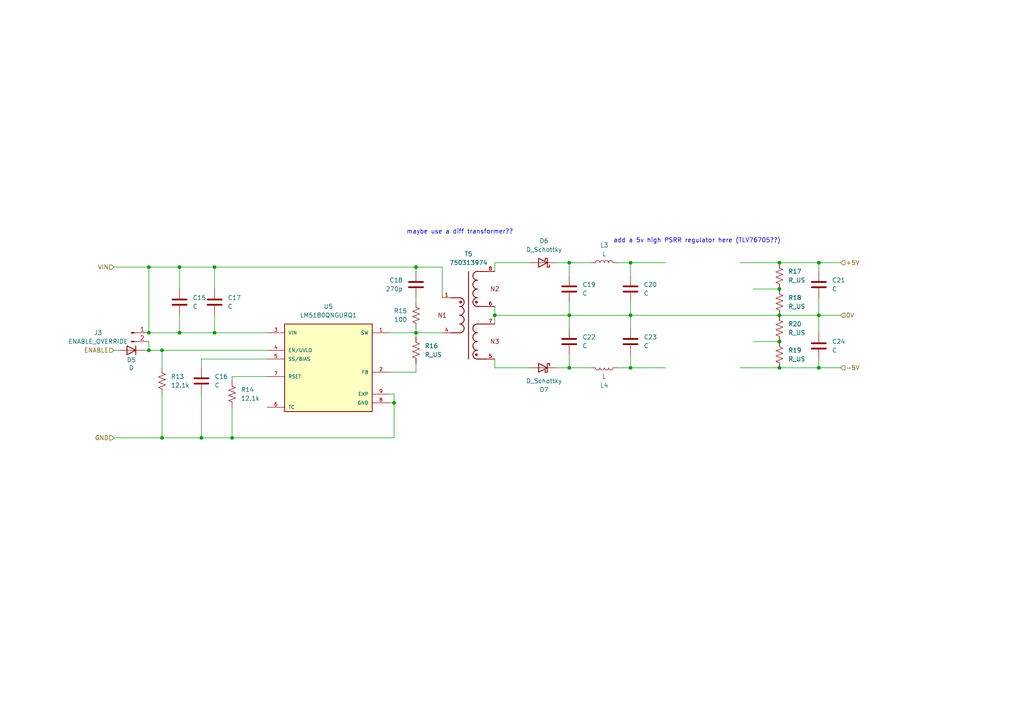
<source format=kicad_sch>
(kicad_sch
	(version 20250114)
	(generator "eeschema")
	(generator_version "9.0")
	(uuid "c881feae-e240-47c7-a251-1bb7a81bff3d")
	(paper "A4")
	(lib_symbols
		(symbol "750313974:750313974"
			(pin_names
				(offset 1.016)
			)
			(exclude_from_sim no)
			(in_bom yes)
			(on_board yes)
			(property "Reference" "T5"
				(at 0 17.78 0)
				(effects
					(font
						(size 1.27 1.27)
					)
				)
			)
			(property "Value" "750313974"
				(at 0 15.24 0)
				(effects
					(font
						(size 1.27 1.27)
					)
				)
			)
			(property "Footprint" "750313974:WE-FLYLT_EP10_6052"
				(at 0 0 0)
				(effects
					(font
						(size 1.27 1.27)
					)
					(justify bottom)
					(hide yes)
				)
			)
			(property "Datasheet" ""
				(at 0 0 0)
				(effects
					(font
						(size 1.27 1.27)
					)
					(hide yes)
				)
			)
			(property "Description" ""
				(at 0 0 0)
				(effects
					(font
						(size 1.27 1.27)
					)
					(hide yes)
				)
			)
			(property "Check_prices" "https://www.snapeda.com/parts/750313974/W%25C3%25BCrth+Elektronik+Midcom/view-part/?ref=eda"
				(at 0 0 0)
				(effects
					(font
						(size 1.27 1.27)
					)
					(justify bottom)
					(hide yes)
				)
			)
			(property "Package" "None"
				(at 0 0 0)
				(effects
					(font
						(size 1.27 1.27)
					)
					(justify bottom)
					(hide yes)
				)
			)
			(property "MOUNT" "SMT"
				(at 0 0 0)
				(effects
					(font
						(size 1.27 1.27)
					)
					(justify bottom)
					(hide yes)
				)
			)
			(property "L" "40uH"
				(at 0 0 0)
				(effects
					(font
						(size 1.27 1.27)
					)
					(justify bottom)
					(hide yes)
				)
			)
			(property "VALUE" "750313974"
				(at 0 0 0)
				(effects
					(font
						(size 1.27 1.27)
					)
					(justify bottom)
					(hide yes)
				)
			)
			(property "N" "3:1:1"
				(at 0 0 0)
				(effects
					(font
						(size 1.27 1.27)
					)
					(justify bottom)
					(hide yes)
				)
			)
			(property "SnapEDA_Link" "https://www.snapeda.com/parts/750313974/W%25C3%25BCrth+Elektronik+Midcom/view-part/?ref=snap"
				(at 0 0 0)
				(effects
					(font
						(size 1.27 1.27)
					)
					(justify bottom)
					(hide yes)
				)
			)
			(property "VT" "1500V (AC)"
				(at 0 0 0)
				(effects
					(font
						(size 1.27 1.27)
					)
					(justify bottom)
					(hide yes)
				)
			)
			(property "PART-NUMBER" "750313974"
				(at 0 0 0)
				(effects
					(font
						(size 1.27 1.27)
					)
					(justify bottom)
					(hide yes)
				)
			)
			(property "ISAT" "2A"
				(at 0 0 0)
				(effects
					(font
						(size 1.27 1.27)
					)
					(justify bottom)
					(hide yes)
				)
			)
			(property "SIZE" "EP10"
				(at 0 0 0)
				(effects
					(font
						(size 1.27 1.27)
					)
					(justify bottom)
					(hide yes)
				)
			)
			(property "MF" "Würth Elektronik"
				(at 0 0 0)
				(effects
					(font
						(size 1.27 1.27)
					)
					(justify bottom)
					(hide yes)
				)
			)
			(property "Description_1" "Flyback Converters For For DC/DC Converters SMPS Transformer 1500Vrms Isolation 200 ~ 300kHz Surface Mount"
				(at 0 0 0)
				(effects
					(font
						(size 1.27 1.27)
					)
					(justify bottom)
					(hide yes)
				)
			)
			(property "Price" "None"
				(at 0 0 0)
				(effects
					(font
						(size 1.27 1.27)
					)
					(justify bottom)
					(hide yes)
				)
			)
			(property "VIN" "8 - 32 V (DC)"
				(at 0 0 0)
				(effects
					(font
						(size 1.27 1.27)
					)
					(justify bottom)
					(hide yes)
				)
			)
			(property "VOUT2" "5V"
				(at 0 0 0)
				(effects
					(font
						(size 1.27 1.27)
					)
					(justify bottom)
					(hide yes)
				)
			)
			(property "VOUT1" "5V"
				(at 0 0 0)
				(effects
					(font
						(size 1.27 1.27)
					)
					(justify bottom)
					(hide yes)
				)
			)
			(property "DATASHEET-URL" "https://www.we-online.com/redexpert/spec/750313974?ae"
				(at 0 0 0)
				(effects
					(font
						(size 1.27 1.27)
					)
					(justify bottom)
					(hide yes)
				)
			)
			(property "LS" "1uH"
				(at 0 0 0)
				(effects
					(font
						(size 1.27 1.27)
					)
					(justify bottom)
					(hide yes)
				)
			)
			(property "IC-REFERENCE" "LT8301"
				(at 0 0 0)
				(effects
					(font
						(size 1.27 1.27)
					)
					(justify bottom)
					(hide yes)
				)
			)
			(property "IOUT1" "360mA"
				(at 0 0 0)
				(effects
					(font
						(size 1.27 1.27)
					)
					(justify bottom)
					(hide yes)
				)
			)
			(property "IOUT2" "360mA"
				(at 0 0 0)
				(effects
					(font
						(size 1.27 1.27)
					)
					(justify bottom)
					(hide yes)
				)
			)
			(property "Availability" "In Stock"
				(at 0 0 0)
				(effects
					(font
						(size 1.27 1.27)
					)
					(justify bottom)
					(hide yes)
				)
			)
			(property "MP" "750313974"
				(at 0 0 0)
				(effects
					(font
						(size 1.27 1.27)
					)
					(justify bottom)
					(hide yes)
				)
			)
			(symbol "750313974_0_0"
				(arc
					(start -2.54 5.08)
					(mid -1.2755 3.81)
					(end -2.54 2.54)
					(stroke
						(width 0.254)
						(type default)
					)
					(fill
						(type none)
					)
				)
				(arc
					(start -2.54 2.54)
					(mid -1.2755 1.27)
					(end -2.54 0)
					(stroke
						(width 0.254)
						(type default)
					)
					(fill
						(type none)
					)
				)
				(arc
					(start -2.54 0)
					(mid -1.2755 -1.27)
					(end -2.54 -2.54)
					(stroke
						(width 0.254)
						(type default)
					)
					(fill
						(type none)
					)
				)
				(arc
					(start -2.54 -2.54)
					(mid -1.2755 -3.81)
					(end -2.54 -5.08)
					(stroke
						(width 0.254)
						(type default)
					)
					(fill
						(type none)
					)
				)
				(polyline
					(pts
						(xy -2.54 5.08) (xy -5.08 5.08)
					)
					(stroke
						(width 0.254)
						(type default)
					)
					(fill
						(type none)
					)
				)
				(polyline
					(pts
						(xy -2.54 -5.08) (xy -5.08 -5.08)
					)
					(stroke
						(width 0.254)
						(type default)
					)
					(fill
						(type none)
					)
				)
				(circle
					(center -2.286 3.81)
					(radius 0.2032)
					(stroke
						(width 0.381)
						(type default)
					)
					(fill
						(type none)
					)
				)
				(polyline
					(pts
						(xy 0 12.7) (xy 0 -12.7)
					)
					(stroke
						(width 0.254)
						(type default)
					)
					(fill
						(type none)
					)
				)
				(circle
					(center 2.286 3.81)
					(radius 0.2032)
					(stroke
						(width 0.381)
						(type default)
					)
					(fill
						(type none)
					)
				)
				(circle
					(center 2.286 -11.43)
					(radius 0.2032)
					(stroke
						(width 0.381)
						(type default)
					)
					(fill
						(type none)
					)
				)
				(polyline
					(pts
						(xy 2.54 12.7) (xy 5.08 12.7)
					)
					(stroke
						(width 0.254)
						(type default)
					)
					(fill
						(type none)
					)
				)
				(polyline
					(pts
						(xy 2.54 2.54) (xy 5.08 2.54)
					)
					(stroke
						(width 0.254)
						(type default)
					)
					(fill
						(type none)
					)
				)
				(polyline
					(pts
						(xy 2.54 -2.54) (xy 5.08 -2.54)
					)
					(stroke
						(width 0.254)
						(type default)
					)
					(fill
						(type none)
					)
				)
				(polyline
					(pts
						(xy 2.54 -12.7) (xy 5.08 -12.7)
					)
					(stroke
						(width 0.254)
						(type default)
					)
					(fill
						(type none)
					)
				)
				(arc
					(start 2.54 10.16)
					(mid 1.2755 11.43)
					(end 2.54 12.7)
					(stroke
						(width 0.254)
						(type default)
					)
					(fill
						(type none)
					)
				)
				(arc
					(start 2.54 7.62)
					(mid 1.2755 8.89)
					(end 2.54 10.16)
					(stroke
						(width 0.254)
						(type default)
					)
					(fill
						(type none)
					)
				)
				(arc
					(start 2.54 5.08)
					(mid 1.2755 6.35)
					(end 2.54 7.62)
					(stroke
						(width 0.254)
						(type default)
					)
					(fill
						(type none)
					)
				)
				(arc
					(start 2.54 2.54)
					(mid 1.2755 3.81)
					(end 2.54 5.08)
					(stroke
						(width 0.254)
						(type default)
					)
					(fill
						(type none)
					)
				)
				(arc
					(start 2.54 -5.08)
					(mid 1.2755 -3.81)
					(end 2.54 -2.54)
					(stroke
						(width 0.254)
						(type default)
					)
					(fill
						(type none)
					)
				)
				(arc
					(start 2.54 -7.62)
					(mid 1.2755 -6.35)
					(end 2.54 -5.08)
					(stroke
						(width 0.254)
						(type default)
					)
					(fill
						(type none)
					)
				)
				(arc
					(start 2.54 -10.16)
					(mid 1.2755 -8.89)
					(end 2.54 -7.62)
					(stroke
						(width 0.254)
						(type default)
					)
					(fill
						(type none)
					)
				)
				(arc
					(start 2.54 -12.7)
					(mid 1.2755 -11.43)
					(end 2.54 -10.16)
					(stroke
						(width 0.254)
						(type default)
					)
					(fill
						(type none)
					)
				)
				(text "N1"
					(at -7.62 0 0)
					(effects
						(font
							(size 1.27 1.27)
						)
					)
				)
				(text "N2"
					(at 7.62 7.62 0)
					(effects
						(font
							(size 1.27 1.27)
						)
					)
				)
				(text "N3"
					(at 7.62 -7.62 0)
					(effects
						(font
							(size 1.27 1.27)
						)
					)
				)
				(pin passive line
					(at -7.62 5.08 0)
					(length 2.54)
					(name "~"
						(effects
							(font
								(size 1.016 1.016)
							)
						)
					)
					(number "1"
						(effects
							(font
								(size 1.016 1.016)
							)
						)
					)
				)
				(pin passive line
					(at -7.62 -5.08 0)
					(length 2.54)
					(name "~"
						(effects
							(font
								(size 1.016 1.016)
							)
						)
					)
					(number "4"
						(effects
							(font
								(size 1.016 1.016)
							)
						)
					)
				)
				(pin passive line
					(at 7.62 12.7 180)
					(length 2.54)
					(name "~"
						(effects
							(font
								(size 1.016 1.016)
							)
						)
					)
					(number "8"
						(effects
							(font
								(size 1.016 1.016)
							)
						)
					)
				)
				(pin passive line
					(at 7.62 2.54 180)
					(length 2.54)
					(name "~"
						(effects
							(font
								(size 1.016 1.016)
							)
						)
					)
					(number "6"
						(effects
							(font
								(size 1.016 1.016)
							)
						)
					)
				)
				(pin passive line
					(at 7.62 -2.54 180)
					(length 2.54)
					(name "~"
						(effects
							(font
								(size 1.016 1.016)
							)
						)
					)
					(number "7"
						(effects
							(font
								(size 1.016 1.016)
							)
						)
					)
				)
				(pin passive line
					(at 7.62 -12.7 180)
					(length 2.54)
					(name "~"
						(effects
							(font
								(size 1.016 1.016)
							)
						)
					)
					(number "5"
						(effects
							(font
								(size 1.016 1.016)
							)
						)
					)
				)
			)
			(embedded_fonts no)
		)
		(symbol "Connector:Conn_01x02_Pin"
			(pin_names
				(offset 1.016)
				(hide yes)
			)
			(exclude_from_sim no)
			(in_bom yes)
			(on_board yes)
			(property "Reference" "J"
				(at 0 2.54 0)
				(effects
					(font
						(size 1.27 1.27)
					)
				)
			)
			(property "Value" "Conn_01x02_Pin"
				(at 0 -5.08 0)
				(effects
					(font
						(size 1.27 1.27)
					)
				)
			)
			(property "Footprint" ""
				(at 0 0 0)
				(effects
					(font
						(size 1.27 1.27)
					)
					(hide yes)
				)
			)
			(property "Datasheet" "~"
				(at 0 0 0)
				(effects
					(font
						(size 1.27 1.27)
					)
					(hide yes)
				)
			)
			(property "Description" "Generic connector, single row, 01x02, script generated"
				(at 0 0 0)
				(effects
					(font
						(size 1.27 1.27)
					)
					(hide yes)
				)
			)
			(property "ki_locked" ""
				(at 0 0 0)
				(effects
					(font
						(size 1.27 1.27)
					)
				)
			)
			(property "ki_keywords" "connector"
				(at 0 0 0)
				(effects
					(font
						(size 1.27 1.27)
					)
					(hide yes)
				)
			)
			(property "ki_fp_filters" "Connector*:*_1x??_*"
				(at 0 0 0)
				(effects
					(font
						(size 1.27 1.27)
					)
					(hide yes)
				)
			)
			(symbol "Conn_01x02_Pin_1_1"
				(rectangle
					(start 0.8636 0.127)
					(end 0 -0.127)
					(stroke
						(width 0.1524)
						(type default)
					)
					(fill
						(type outline)
					)
				)
				(rectangle
					(start 0.8636 -2.413)
					(end 0 -2.667)
					(stroke
						(width 0.1524)
						(type default)
					)
					(fill
						(type outline)
					)
				)
				(polyline
					(pts
						(xy 1.27 0) (xy 0.8636 0)
					)
					(stroke
						(width 0.1524)
						(type default)
					)
					(fill
						(type none)
					)
				)
				(polyline
					(pts
						(xy 1.27 -2.54) (xy 0.8636 -2.54)
					)
					(stroke
						(width 0.1524)
						(type default)
					)
					(fill
						(type none)
					)
				)
				(pin passive line
					(at 5.08 0 180)
					(length 3.81)
					(name "Pin_1"
						(effects
							(font
								(size 1.27 1.27)
							)
						)
					)
					(number "1"
						(effects
							(font
								(size 1.27 1.27)
							)
						)
					)
				)
				(pin passive line
					(at 5.08 -2.54 180)
					(length 3.81)
					(name "Pin_2"
						(effects
							(font
								(size 1.27 1.27)
							)
						)
					)
					(number "2"
						(effects
							(font
								(size 1.27 1.27)
							)
						)
					)
				)
			)
			(embedded_fonts no)
		)
		(symbol "Device:C"
			(pin_numbers
				(hide yes)
			)
			(pin_names
				(offset 0.254)
			)
			(exclude_from_sim no)
			(in_bom yes)
			(on_board yes)
			(property "Reference" "C"
				(at 0.635 2.54 0)
				(effects
					(font
						(size 1.27 1.27)
					)
					(justify left)
				)
			)
			(property "Value" "C"
				(at 0.635 -2.54 0)
				(effects
					(font
						(size 1.27 1.27)
					)
					(justify left)
				)
			)
			(property "Footprint" ""
				(at 0.9652 -3.81 0)
				(effects
					(font
						(size 1.27 1.27)
					)
					(hide yes)
				)
			)
			(property "Datasheet" "~"
				(at 0 0 0)
				(effects
					(font
						(size 1.27 1.27)
					)
					(hide yes)
				)
			)
			(property "Description" "Unpolarized capacitor"
				(at 0 0 0)
				(effects
					(font
						(size 1.27 1.27)
					)
					(hide yes)
				)
			)
			(property "ki_keywords" "cap capacitor"
				(at 0 0 0)
				(effects
					(font
						(size 1.27 1.27)
					)
					(hide yes)
				)
			)
			(property "ki_fp_filters" "C_*"
				(at 0 0 0)
				(effects
					(font
						(size 1.27 1.27)
					)
					(hide yes)
				)
			)
			(symbol "C_0_1"
				(polyline
					(pts
						(xy -2.032 0.762) (xy 2.032 0.762)
					)
					(stroke
						(width 0.508)
						(type default)
					)
					(fill
						(type none)
					)
				)
				(polyline
					(pts
						(xy -2.032 -0.762) (xy 2.032 -0.762)
					)
					(stroke
						(width 0.508)
						(type default)
					)
					(fill
						(type none)
					)
				)
			)
			(symbol "C_1_1"
				(pin passive line
					(at 0 3.81 270)
					(length 2.794)
					(name "~"
						(effects
							(font
								(size 1.27 1.27)
							)
						)
					)
					(number "1"
						(effects
							(font
								(size 1.27 1.27)
							)
						)
					)
				)
				(pin passive line
					(at 0 -3.81 90)
					(length 2.794)
					(name "~"
						(effects
							(font
								(size 1.27 1.27)
							)
						)
					)
					(number "2"
						(effects
							(font
								(size 1.27 1.27)
							)
						)
					)
				)
			)
			(embedded_fonts no)
		)
		(symbol "Device:D"
			(pin_numbers
				(hide yes)
			)
			(pin_names
				(offset 1.016)
				(hide yes)
			)
			(exclude_from_sim no)
			(in_bom yes)
			(on_board yes)
			(property "Reference" "D"
				(at 0 2.54 0)
				(effects
					(font
						(size 1.27 1.27)
					)
				)
			)
			(property "Value" "D"
				(at 0 -2.54 0)
				(effects
					(font
						(size 1.27 1.27)
					)
				)
			)
			(property "Footprint" ""
				(at 0 0 0)
				(effects
					(font
						(size 1.27 1.27)
					)
					(hide yes)
				)
			)
			(property "Datasheet" "~"
				(at 0 0 0)
				(effects
					(font
						(size 1.27 1.27)
					)
					(hide yes)
				)
			)
			(property "Description" "Diode"
				(at 0 0 0)
				(effects
					(font
						(size 1.27 1.27)
					)
					(hide yes)
				)
			)
			(property "Sim.Device" "D"
				(at 0 0 0)
				(effects
					(font
						(size 1.27 1.27)
					)
					(hide yes)
				)
			)
			(property "Sim.Pins" "1=K 2=A"
				(at 0 0 0)
				(effects
					(font
						(size 1.27 1.27)
					)
					(hide yes)
				)
			)
			(property "ki_keywords" "diode"
				(at 0 0 0)
				(effects
					(font
						(size 1.27 1.27)
					)
					(hide yes)
				)
			)
			(property "ki_fp_filters" "TO-???* *_Diode_* *SingleDiode* D_*"
				(at 0 0 0)
				(effects
					(font
						(size 1.27 1.27)
					)
					(hide yes)
				)
			)
			(symbol "D_0_1"
				(polyline
					(pts
						(xy -1.27 1.27) (xy -1.27 -1.27)
					)
					(stroke
						(width 0.254)
						(type default)
					)
					(fill
						(type none)
					)
				)
				(polyline
					(pts
						(xy 1.27 1.27) (xy 1.27 -1.27) (xy -1.27 0) (xy 1.27 1.27)
					)
					(stroke
						(width 0.254)
						(type default)
					)
					(fill
						(type none)
					)
				)
				(polyline
					(pts
						(xy 1.27 0) (xy -1.27 0)
					)
					(stroke
						(width 0)
						(type default)
					)
					(fill
						(type none)
					)
				)
			)
			(symbol "D_1_1"
				(pin passive line
					(at -3.81 0 0)
					(length 2.54)
					(name "K"
						(effects
							(font
								(size 1.27 1.27)
							)
						)
					)
					(number "1"
						(effects
							(font
								(size 1.27 1.27)
							)
						)
					)
				)
				(pin passive line
					(at 3.81 0 180)
					(length 2.54)
					(name "A"
						(effects
							(font
								(size 1.27 1.27)
							)
						)
					)
					(number "2"
						(effects
							(font
								(size 1.27 1.27)
							)
						)
					)
				)
			)
			(embedded_fonts no)
		)
		(symbol "Device:D_Schottky"
			(pin_numbers
				(hide yes)
			)
			(pin_names
				(offset 1.016)
				(hide yes)
			)
			(exclude_from_sim no)
			(in_bom yes)
			(on_board yes)
			(property "Reference" "D"
				(at 0 2.54 0)
				(effects
					(font
						(size 1.27 1.27)
					)
				)
			)
			(property "Value" "D_Schottky"
				(at 0 -2.54 0)
				(effects
					(font
						(size 1.27 1.27)
					)
				)
			)
			(property "Footprint" ""
				(at 0 0 0)
				(effects
					(font
						(size 1.27 1.27)
					)
					(hide yes)
				)
			)
			(property "Datasheet" "~"
				(at 0 0 0)
				(effects
					(font
						(size 1.27 1.27)
					)
					(hide yes)
				)
			)
			(property "Description" "Schottky diode"
				(at 0 0 0)
				(effects
					(font
						(size 1.27 1.27)
					)
					(hide yes)
				)
			)
			(property "ki_keywords" "diode Schottky"
				(at 0 0 0)
				(effects
					(font
						(size 1.27 1.27)
					)
					(hide yes)
				)
			)
			(property "ki_fp_filters" "TO-???* *_Diode_* *SingleDiode* D_*"
				(at 0 0 0)
				(effects
					(font
						(size 1.27 1.27)
					)
					(hide yes)
				)
			)
			(symbol "D_Schottky_0_1"
				(polyline
					(pts
						(xy -1.905 0.635) (xy -1.905 1.27) (xy -1.27 1.27) (xy -1.27 -1.27) (xy -0.635 -1.27) (xy -0.635 -0.635)
					)
					(stroke
						(width 0.254)
						(type default)
					)
					(fill
						(type none)
					)
				)
				(polyline
					(pts
						(xy 1.27 1.27) (xy 1.27 -1.27) (xy -1.27 0) (xy 1.27 1.27)
					)
					(stroke
						(width 0.254)
						(type default)
					)
					(fill
						(type none)
					)
				)
				(polyline
					(pts
						(xy 1.27 0) (xy -1.27 0)
					)
					(stroke
						(width 0)
						(type default)
					)
					(fill
						(type none)
					)
				)
			)
			(symbol "D_Schottky_1_1"
				(pin passive line
					(at -3.81 0 0)
					(length 2.54)
					(name "K"
						(effects
							(font
								(size 1.27 1.27)
							)
						)
					)
					(number "1"
						(effects
							(font
								(size 1.27 1.27)
							)
						)
					)
				)
				(pin passive line
					(at 3.81 0 180)
					(length 2.54)
					(name "A"
						(effects
							(font
								(size 1.27 1.27)
							)
						)
					)
					(number "2"
						(effects
							(font
								(size 1.27 1.27)
							)
						)
					)
				)
			)
			(embedded_fonts no)
		)
		(symbol "Device:L"
			(pin_numbers
				(hide yes)
			)
			(pin_names
				(offset 1.016)
				(hide yes)
			)
			(exclude_from_sim no)
			(in_bom yes)
			(on_board yes)
			(property "Reference" "L"
				(at -1.27 0 90)
				(effects
					(font
						(size 1.27 1.27)
					)
				)
			)
			(property "Value" "L"
				(at 1.905 0 90)
				(effects
					(font
						(size 1.27 1.27)
					)
				)
			)
			(property "Footprint" ""
				(at 0 0 0)
				(effects
					(font
						(size 1.27 1.27)
					)
					(hide yes)
				)
			)
			(property "Datasheet" "~"
				(at 0 0 0)
				(effects
					(font
						(size 1.27 1.27)
					)
					(hide yes)
				)
			)
			(property "Description" "Inductor"
				(at 0 0 0)
				(effects
					(font
						(size 1.27 1.27)
					)
					(hide yes)
				)
			)
			(property "ki_keywords" "inductor choke coil reactor magnetic"
				(at 0 0 0)
				(effects
					(font
						(size 1.27 1.27)
					)
					(hide yes)
				)
			)
			(property "ki_fp_filters" "Choke_* *Coil* Inductor_* L_*"
				(at 0 0 0)
				(effects
					(font
						(size 1.27 1.27)
					)
					(hide yes)
				)
			)
			(symbol "L_0_1"
				(arc
					(start 0 2.54)
					(mid 0.6323 1.905)
					(end 0 1.27)
					(stroke
						(width 0)
						(type default)
					)
					(fill
						(type none)
					)
				)
				(arc
					(start 0 1.27)
					(mid 0.6323 0.635)
					(end 0 0)
					(stroke
						(width 0)
						(type default)
					)
					(fill
						(type none)
					)
				)
				(arc
					(start 0 0)
					(mid 0.6323 -0.635)
					(end 0 -1.27)
					(stroke
						(width 0)
						(type default)
					)
					(fill
						(type none)
					)
				)
				(arc
					(start 0 -1.27)
					(mid 0.6323 -1.905)
					(end 0 -2.54)
					(stroke
						(width 0)
						(type default)
					)
					(fill
						(type none)
					)
				)
			)
			(symbol "L_1_1"
				(pin passive line
					(at 0 3.81 270)
					(length 1.27)
					(name "1"
						(effects
							(font
								(size 1.27 1.27)
							)
						)
					)
					(number "1"
						(effects
							(font
								(size 1.27 1.27)
							)
						)
					)
				)
				(pin passive line
					(at 0 -3.81 90)
					(length 1.27)
					(name "2"
						(effects
							(font
								(size 1.27 1.27)
							)
						)
					)
					(number "2"
						(effects
							(font
								(size 1.27 1.27)
							)
						)
					)
				)
			)
			(embedded_fonts no)
		)
		(symbol "Device:R_US"
			(pin_numbers
				(hide yes)
			)
			(pin_names
				(offset 0)
			)
			(exclude_from_sim no)
			(in_bom yes)
			(on_board yes)
			(property "Reference" "R"
				(at 2.54 0 90)
				(effects
					(font
						(size 1.27 1.27)
					)
				)
			)
			(property "Value" "R_US"
				(at -2.54 0 90)
				(effects
					(font
						(size 1.27 1.27)
					)
				)
			)
			(property "Footprint" ""
				(at 1.016 -0.254 90)
				(effects
					(font
						(size 1.27 1.27)
					)
					(hide yes)
				)
			)
			(property "Datasheet" "~"
				(at 0 0 0)
				(effects
					(font
						(size 1.27 1.27)
					)
					(hide yes)
				)
			)
			(property "Description" "Resistor, US symbol"
				(at 0 0 0)
				(effects
					(font
						(size 1.27 1.27)
					)
					(hide yes)
				)
			)
			(property "ki_keywords" "R res resistor"
				(at 0 0 0)
				(effects
					(font
						(size 1.27 1.27)
					)
					(hide yes)
				)
			)
			(property "ki_fp_filters" "R_*"
				(at 0 0 0)
				(effects
					(font
						(size 1.27 1.27)
					)
					(hide yes)
				)
			)
			(symbol "R_US_0_1"
				(polyline
					(pts
						(xy 0 2.286) (xy 0 2.54)
					)
					(stroke
						(width 0)
						(type default)
					)
					(fill
						(type none)
					)
				)
				(polyline
					(pts
						(xy 0 2.286) (xy 1.016 1.905) (xy 0 1.524) (xy -1.016 1.143) (xy 0 0.762)
					)
					(stroke
						(width 0)
						(type default)
					)
					(fill
						(type none)
					)
				)
				(polyline
					(pts
						(xy 0 0.762) (xy 1.016 0.381) (xy 0 0) (xy -1.016 -0.381) (xy 0 -0.762)
					)
					(stroke
						(width 0)
						(type default)
					)
					(fill
						(type none)
					)
				)
				(polyline
					(pts
						(xy 0 -0.762) (xy 1.016 -1.143) (xy 0 -1.524) (xy -1.016 -1.905) (xy 0 -2.286)
					)
					(stroke
						(width 0)
						(type default)
					)
					(fill
						(type none)
					)
				)
				(polyline
					(pts
						(xy 0 -2.286) (xy 0 -2.54)
					)
					(stroke
						(width 0)
						(type default)
					)
					(fill
						(type none)
					)
				)
			)
			(symbol "R_US_1_1"
				(pin passive line
					(at 0 3.81 270)
					(length 1.27)
					(name "~"
						(effects
							(font
								(size 1.27 1.27)
							)
						)
					)
					(number "1"
						(effects
							(font
								(size 1.27 1.27)
							)
						)
					)
				)
				(pin passive line
					(at 0 -3.81 90)
					(length 1.27)
					(name "~"
						(effects
							(font
								(size 1.27 1.27)
							)
						)
					)
					(number "2"
						(effects
							(font
								(size 1.27 1.27)
							)
						)
					)
				)
			)
			(embedded_fonts no)
		)
		(symbol "LM5180QNGURQ1:LM5180QNGURQ1"
			(pin_names
				(offset 1.016)
			)
			(exclude_from_sim no)
			(in_bom yes)
			(on_board yes)
			(property "Reference" "U"
				(at -12.7 13.97 0)
				(effects
					(font
						(size 1.27 1.27)
					)
					(justify left bottom)
				)
			)
			(property "Value" "LM5180QNGURQ1"
				(at -12.7 -13.97 0)
				(effects
					(font
						(size 1.27 1.27)
					)
					(justify left top)
				)
			)
			(property "Footprint" "LM5180QNGURQ1:SON80P400X400X80-9N"
				(at 0 0 0)
				(effects
					(font
						(size 1.27 1.27)
					)
					(justify bottom)
					(hide yes)
				)
			)
			(property "Datasheet" ""
				(at 0 0 0)
				(effects
					(font
						(size 1.27 1.27)
					)
					(hide yes)
				)
			)
			(property "Description" ""
				(at 0 0 0)
				(effects
					(font
						(size 1.27 1.27)
					)
					(hide yes)
				)
			)
			(property "MF" "Texas Instruments"
				(at 0 0 0)
				(effects
					(font
						(size 1.27 1.27)
					)
					(justify bottom)
					(hide yes)
				)
			)
			(property "MAXIMUM_PACKAGE_HEIGHT" "0.8 mm"
				(at 0 0 0)
				(effects
					(font
						(size 1.27 1.27)
					)
					(justify bottom)
					(hide yes)
				)
			)
			(property "Package" "WSON-8 Texas Instruments"
				(at 0 0 0)
				(effects
					(font
						(size 1.27 1.27)
					)
					(justify bottom)
					(hide yes)
				)
			)
			(property "Price" "None"
				(at 0 0 0)
				(effects
					(font
						(size 1.27 1.27)
					)
					(justify bottom)
					(hide yes)
				)
			)
			(property "Check_prices" "https://www.snapeda.com/parts/LM5180QNGURQ1/Texas+Instruments/view-part/?ref=eda"
				(at 0 0 0)
				(effects
					(font
						(size 1.27 1.27)
					)
					(justify bottom)
					(hide yes)
				)
			)
			(property "STANDARD" "IPC 7351B"
				(at 0 0 0)
				(effects
					(font
						(size 1.27 1.27)
					)
					(justify bottom)
					(hide yes)
				)
			)
			(property "PARTREV" "A"
				(at 0 0 0)
				(effects
					(font
						(size 1.27 1.27)
					)
					(justify bottom)
					(hide yes)
				)
			)
			(property "SnapEDA_Link" "https://www.snapeda.com/parts/LM5180QNGURQ1/Texas+Instruments/view-part/?ref=snap"
				(at 0 0 0)
				(effects
					(font
						(size 1.27 1.27)
					)
					(justify bottom)
					(hide yes)
				)
			)
			(property "MP" "LM5180QNGURQ1"
				(at 0 0 0)
				(effects
					(font
						(size 1.27 1.27)
					)
					(justify bottom)
					(hide yes)
				)
			)
			(property "Description_1" "\n                        \n                            Automotive 65-VIN no-opto flyback converter with 100-V, 1.5-A integrated MOSFET\n                        \n"
				(at 0 0 0)
				(effects
					(font
						(size 1.27 1.27)
					)
					(justify bottom)
					(hide yes)
				)
			)
			(property "Availability" "In Stock"
				(at 0 0 0)
				(effects
					(font
						(size 1.27 1.27)
					)
					(justify bottom)
					(hide yes)
				)
			)
			(property "MANUFACTURER" "Texas Instruments"
				(at 0 0 0)
				(effects
					(font
						(size 1.27 1.27)
					)
					(justify bottom)
					(hide yes)
				)
			)
			(symbol "LM5180QNGURQ1_0_0"
				(rectangle
					(start -12.7 -12.7)
					(end 12.7 12.7)
					(stroke
						(width 0.254)
						(type default)
					)
					(fill
						(type background)
					)
				)
				(pin input line
					(at -17.78 10.16 0)
					(length 5.08)
					(name "VIN"
						(effects
							(font
								(size 1.016 1.016)
							)
						)
					)
					(number "3"
						(effects
							(font
								(size 1.016 1.016)
							)
						)
					)
				)
				(pin input line
					(at -17.78 5.08 0)
					(length 5.08)
					(name "EN/UVLO"
						(effects
							(font
								(size 1.016 1.016)
							)
						)
					)
					(number "4"
						(effects
							(font
								(size 1.016 1.016)
							)
						)
					)
				)
				(pin input line
					(at -17.78 2.54 0)
					(length 5.08)
					(name "SS/BIAS"
						(effects
							(font
								(size 1.016 1.016)
							)
						)
					)
					(number "5"
						(effects
							(font
								(size 1.016 1.016)
							)
						)
					)
				)
				(pin passive line
					(at -17.78 -2.54 0)
					(length 5.08)
					(name "RSET"
						(effects
							(font
								(size 1.016 1.016)
							)
						)
					)
					(number "7"
						(effects
							(font
								(size 1.016 1.016)
							)
						)
					)
				)
				(pin passive line
					(at -17.78 -11.43 0)
					(length 5.08)
					(name "TC"
						(effects
							(font
								(size 1.016 1.016)
							)
						)
					)
					(number "6"
						(effects
							(font
								(size 1.016 1.016)
							)
						)
					)
				)
				(pin output line
					(at 17.78 10.16 180)
					(length 5.08)
					(name "SW"
						(effects
							(font
								(size 1.016 1.016)
							)
						)
					)
					(number "1"
						(effects
							(font
								(size 1.016 1.016)
							)
						)
					)
				)
				(pin input line
					(at 17.78 -1.27 180)
					(length 5.08)
					(name "FB"
						(effects
							(font
								(size 1.016 1.016)
							)
						)
					)
					(number "2"
						(effects
							(font
								(size 1.016 1.016)
							)
						)
					)
				)
				(pin power_in line
					(at 17.78 -7.62 180)
					(length 5.08)
					(name "EXP"
						(effects
							(font
								(size 1.016 1.016)
							)
						)
					)
					(number "9"
						(effects
							(font
								(size 1.016 1.016)
							)
						)
					)
				)
				(pin power_in line
					(at 17.78 -10.16 180)
					(length 5.08)
					(name "GND"
						(effects
							(font
								(size 1.016 1.016)
							)
						)
					)
					(number "8"
						(effects
							(font
								(size 1.016 1.016)
							)
						)
					)
				)
			)
			(embedded_fonts no)
		)
	)
	(text "add a 5v high PSRR regulator here (TLV76705??)\n"
		(exclude_from_sim no)
		(at 202.184 69.85 0)
		(effects
			(font
				(size 1.27 1.27)
			)
		)
		(uuid "11f2baed-f2cd-49fc-a3d0-ba928813ef2f")
	)
	(text "maybe use a diff transformer?? \n"
		(exclude_from_sim no)
		(at 133.858 67.31 0)
		(effects
			(font
				(size 1.27 1.27)
			)
		)
		(uuid "7590e80e-0e28-4e07-80fa-93ecce316e2d")
	)
	(junction
		(at 165.1 91.44)
		(diameter 0)
		(color 0 0 0 0)
		(uuid "039e1f45-4dcc-4bcc-ab11-f3e678f3a322")
	)
	(junction
		(at 67.31 127)
		(diameter 0)
		(color 0 0 0 0)
		(uuid "09acb9c0-ef55-422e-aa44-217cccdf6aeb")
	)
	(junction
		(at 43.18 101.6)
		(diameter 0)
		(color 0 0 0 0)
		(uuid "17c349ef-b89f-433e-8a43-1e69246cda6f")
	)
	(junction
		(at 226.06 99.06)
		(diameter 0)
		(color 0 0 0 0)
		(uuid "38a54d06-7b60-40f3-aea9-e04f4f8b3d21")
	)
	(junction
		(at 62.23 96.52)
		(diameter 0)
		(color 0 0 0 0)
		(uuid "3dae0985-316c-4ae7-8e0d-b3521b0f6c08")
	)
	(junction
		(at 226.06 83.82)
		(diameter 0)
		(color 0 0 0 0)
		(uuid "3ef0e413-99ad-49b3-b3db-8c6b6c90b070")
	)
	(junction
		(at 237.49 91.44)
		(diameter 0)
		(color 0 0 0 0)
		(uuid "3fc51152-9033-4f1e-8d25-d5ba28453586")
	)
	(junction
		(at 237.49 76.2)
		(diameter 0)
		(color 0 0 0 0)
		(uuid "443d5628-509b-4582-8da3-0bf3a52a403f")
	)
	(junction
		(at 62.23 77.47)
		(diameter 0)
		(color 0 0 0 0)
		(uuid "452345fd-d8ea-4eb5-8e23-eefec6e322b6")
	)
	(junction
		(at 46.99 101.6)
		(diameter 0)
		(color 0 0 0 0)
		(uuid "6fec945a-33ce-4432-8728-78ed3171c434")
	)
	(junction
		(at 182.88 76.2)
		(diameter 0)
		(color 0 0 0 0)
		(uuid "7c020856-c2e9-4166-a4f5-c23b511ab778")
	)
	(junction
		(at 52.07 77.47)
		(diameter 0)
		(color 0 0 0 0)
		(uuid "862c315c-9a86-4637-883f-a7eb25d26a8b")
	)
	(junction
		(at 46.99 127)
		(diameter 0)
		(color 0 0 0 0)
		(uuid "90718d8f-86a0-4687-929c-71ca36742f90")
	)
	(junction
		(at 182.88 106.68)
		(diameter 0)
		(color 0 0 0 0)
		(uuid "91c69df4-5bf3-4742-83f3-eb7900479882")
	)
	(junction
		(at 52.07 96.52)
		(diameter 0)
		(color 0 0 0 0)
		(uuid "9a2642b8-2ffb-4486-a7cb-aca9a03b4508")
	)
	(junction
		(at 226.06 91.44)
		(diameter 0)
		(color 0 0 0 0)
		(uuid "a4e9143a-99fe-41c5-ad3d-6c48cb437342")
	)
	(junction
		(at 43.18 96.52)
		(diameter 0)
		(color 0 0 0 0)
		(uuid "a68f30c4-627a-4330-925b-76b18d7a7b50")
	)
	(junction
		(at 165.1 106.68)
		(diameter 0)
		(color 0 0 0 0)
		(uuid "ab05356e-e124-4b44-b4ad-ffef8c225787")
	)
	(junction
		(at 58.42 127)
		(diameter 0)
		(color 0 0 0 0)
		(uuid "b0ede79a-8b2d-4d1d-9537-86287a34206e")
	)
	(junction
		(at 226.06 106.68)
		(diameter 0)
		(color 0 0 0 0)
		(uuid "b19bc796-1d8f-4095-9c8e-e29965f59b86")
	)
	(junction
		(at 114.3 116.84)
		(diameter 0)
		(color 0 0 0 0)
		(uuid "b1c11f12-cfbc-4cef-875d-a78141a378fa")
	)
	(junction
		(at 165.1 76.2)
		(diameter 0)
		(color 0 0 0 0)
		(uuid "c162c1f0-d951-4066-aabe-4f1f215d19dd")
	)
	(junction
		(at 143.51 91.44)
		(diameter 0)
		(color 0 0 0 0)
		(uuid "c255c52e-2e6e-4991-903e-fde1a17766c5")
	)
	(junction
		(at 182.88 91.44)
		(diameter 0)
		(color 0 0 0 0)
		(uuid "c6ae63ed-bbec-47d7-b4a9-4efdae9dc741")
	)
	(junction
		(at 120.65 96.52)
		(diameter 0)
		(color 0 0 0 0)
		(uuid "d125cea3-4fa2-4b24-a358-5064f193c465")
	)
	(junction
		(at 43.18 77.47)
		(diameter 0)
		(color 0 0 0 0)
		(uuid "d7910245-4a98-448c-a868-35497c8679d8")
	)
	(junction
		(at 120.65 77.47)
		(diameter 0)
		(color 0 0 0 0)
		(uuid "e03c0e25-77ff-4950-b485-a673852cf972")
	)
	(junction
		(at 237.49 106.68)
		(diameter 0)
		(color 0 0 0 0)
		(uuid "f0199d44-16ed-4530-8116-48930d88b751")
	)
	(junction
		(at 226.06 76.2)
		(diameter 0)
		(color 0 0 0 0)
		(uuid "f1909e44-b5c5-410b-95ef-24bb00de7fe6")
	)
	(wire
		(pts
			(xy 52.07 77.47) (xy 52.07 83.82)
		)
		(stroke
			(width 0)
			(type default)
		)
		(uuid "0152f283-7c01-4332-ab0d-9a4e1c30fd2a")
	)
	(wire
		(pts
			(xy 120.65 86.36) (xy 120.65 87.63)
		)
		(stroke
			(width 0)
			(type default)
		)
		(uuid "01ae6d50-ad0d-4490-a71c-8af0a375825f")
	)
	(wire
		(pts
			(xy 58.42 104.14) (xy 58.42 106.68)
		)
		(stroke
			(width 0)
			(type default)
		)
		(uuid "053cc69d-0831-4e31-920f-576dde949aa8")
	)
	(wire
		(pts
			(xy 237.49 86.36) (xy 237.49 91.44)
		)
		(stroke
			(width 0)
			(type default)
		)
		(uuid "0a91cf27-ca8e-45da-b479-a719fb0a6735")
	)
	(wire
		(pts
			(xy 237.49 106.68) (xy 237.49 104.14)
		)
		(stroke
			(width 0)
			(type default)
		)
		(uuid "0bad9370-0e45-4c69-9a79-12fcfaea7c23")
	)
	(wire
		(pts
			(xy 128.27 77.47) (xy 120.65 77.47)
		)
		(stroke
			(width 0)
			(type default)
		)
		(uuid "0d08d35f-9526-486d-9753-251a81f1536a")
	)
	(wire
		(pts
			(xy 77.47 109.22) (xy 67.31 109.22)
		)
		(stroke
			(width 0)
			(type default)
		)
		(uuid "0ec47f4f-e258-4be6-84c0-bf6936bd0525")
	)
	(wire
		(pts
			(xy 182.88 76.2) (xy 179.07 76.2)
		)
		(stroke
			(width 0)
			(type default)
		)
		(uuid "0f98f468-3330-4284-8558-27d7226c1500")
	)
	(wire
		(pts
			(xy 165.1 91.44) (xy 165.1 87.63)
		)
		(stroke
			(width 0)
			(type default)
		)
		(uuid "1053401b-fedf-4f4b-a72c-116edbb7ceac")
	)
	(wire
		(pts
			(xy 143.51 104.14) (xy 143.51 106.68)
		)
		(stroke
			(width 0)
			(type default)
		)
		(uuid "13ff8170-8958-4294-bb36-d7e9acfe51f9")
	)
	(wire
		(pts
			(xy 114.3 116.84) (xy 114.3 127)
		)
		(stroke
			(width 0)
			(type default)
		)
		(uuid "1c6ad6a5-b1d2-4b26-971b-91c21826e668")
	)
	(wire
		(pts
			(xy 182.88 91.44) (xy 182.88 87.63)
		)
		(stroke
			(width 0)
			(type default)
		)
		(uuid "1d5a281e-4423-4a46-a134-8d576f4177c6")
	)
	(wire
		(pts
			(xy 143.51 91.44) (xy 143.51 93.98)
		)
		(stroke
			(width 0)
			(type default)
		)
		(uuid "1d622aa3-cb5b-4dc2-93b6-52799bd3d9d0")
	)
	(wire
		(pts
			(xy 120.65 96.52) (xy 120.65 97.79)
		)
		(stroke
			(width 0)
			(type default)
		)
		(uuid "1d711e42-dac3-429d-b8d7-1b3b22340485")
	)
	(wire
		(pts
			(xy 113.03 114.3) (xy 114.3 114.3)
		)
		(stroke
			(width 0)
			(type default)
		)
		(uuid "1f8005fc-0dc2-4266-807e-06731c269b04")
	)
	(wire
		(pts
			(xy 120.65 95.25) (xy 120.65 96.52)
		)
		(stroke
			(width 0)
			(type default)
		)
		(uuid "1fb6f85f-427f-44ba-85a0-14a60e9ee8bf")
	)
	(wire
		(pts
			(xy 165.1 91.44) (xy 143.51 91.44)
		)
		(stroke
			(width 0)
			(type default)
		)
		(uuid "2076cecd-2472-4d72-b1dd-987f72d1363c")
	)
	(wire
		(pts
			(xy 182.88 91.44) (xy 226.06 91.44)
		)
		(stroke
			(width 0)
			(type default)
		)
		(uuid "21a362d2-e17f-49ab-a431-c7482e5854a6")
	)
	(wire
		(pts
			(xy 226.06 91.44) (xy 237.49 91.44)
		)
		(stroke
			(width 0)
			(type default)
		)
		(uuid "24ac0de8-06e5-4bf5-a546-ab94c2a18f29")
	)
	(wire
		(pts
			(xy 58.42 114.3) (xy 58.42 127)
		)
		(stroke
			(width 0)
			(type default)
		)
		(uuid "2561be24-f03e-4c45-b856-37a320cff0ca")
	)
	(wire
		(pts
			(xy 165.1 80.01) (xy 165.1 76.2)
		)
		(stroke
			(width 0)
			(type default)
		)
		(uuid "2da1c949-76ec-4dbb-a976-2c74bb574253")
	)
	(wire
		(pts
			(xy 226.06 76.2) (xy 237.49 76.2)
		)
		(stroke
			(width 0)
			(type default)
		)
		(uuid "2f05fc4a-f18d-4816-bbc9-f5d74eba6575")
	)
	(wire
		(pts
			(xy 214.63 106.68) (xy 226.06 106.68)
		)
		(stroke
			(width 0)
			(type default)
		)
		(uuid "312456ae-94ac-4242-8d16-8b5dad843446")
	)
	(wire
		(pts
			(xy 67.31 127) (xy 114.3 127)
		)
		(stroke
			(width 0)
			(type default)
		)
		(uuid "32814f49-e50a-412d-963d-9816ff5b97e0")
	)
	(wire
		(pts
			(xy 46.99 127) (xy 58.42 127)
		)
		(stroke
			(width 0)
			(type default)
		)
		(uuid "335d8fce-5158-4e71-a9d0-a29ccac41c4e")
	)
	(wire
		(pts
			(xy 120.65 96.52) (xy 128.27 96.52)
		)
		(stroke
			(width 0)
			(type default)
		)
		(uuid "34d3e0b8-66ca-4e4c-93a3-5b925a4e1728")
	)
	(wire
		(pts
			(xy 46.99 101.6) (xy 43.18 101.6)
		)
		(stroke
			(width 0)
			(type default)
		)
		(uuid "358a3305-6a5e-43b1-8623-bd32c12eda4c")
	)
	(wire
		(pts
			(xy 77.47 104.14) (xy 58.42 104.14)
		)
		(stroke
			(width 0)
			(type default)
		)
		(uuid "3d4090d4-15cc-4bd5-a8d0-f797135fb8c8")
	)
	(wire
		(pts
			(xy 43.18 77.47) (xy 43.18 96.52)
		)
		(stroke
			(width 0)
			(type default)
		)
		(uuid "3ff16af2-7343-48b0-ba8c-88fc797623bd")
	)
	(wire
		(pts
			(xy 237.49 76.2) (xy 237.49 78.74)
		)
		(stroke
			(width 0)
			(type default)
		)
		(uuid "43ab1ed5-7f06-4ad9-9672-59f7dbb4847f")
	)
	(wire
		(pts
			(xy 113.03 96.52) (xy 120.65 96.52)
		)
		(stroke
			(width 0)
			(type default)
		)
		(uuid "48ad2893-b8b3-44d5-8461-ddd8c0d71a48")
	)
	(wire
		(pts
			(xy 143.51 91.44) (xy 143.51 88.9)
		)
		(stroke
			(width 0)
			(type default)
		)
		(uuid "5de2acec-5492-4627-b08e-dea54c90e87b")
	)
	(wire
		(pts
			(xy 52.07 96.52) (xy 43.18 96.52)
		)
		(stroke
			(width 0)
			(type default)
		)
		(uuid "5e0d5cbd-7865-4602-b80e-88e2e9c1ef5a")
	)
	(wire
		(pts
			(xy 67.31 118.11) (xy 67.31 127)
		)
		(stroke
			(width 0)
			(type default)
		)
		(uuid "5e8be70d-afc0-4ddf-86e2-1475a742ade1")
	)
	(wire
		(pts
			(xy 120.65 107.95) (xy 120.65 105.41)
		)
		(stroke
			(width 0)
			(type default)
		)
		(uuid "68a7adfa-801c-4bb5-8632-df8e62e9e63f")
	)
	(wire
		(pts
			(xy 128.27 86.36) (xy 128.27 77.47)
		)
		(stroke
			(width 0)
			(type default)
		)
		(uuid "6b41bc3d-42a0-4f7c-a02a-7fff8f8acb6b")
	)
	(wire
		(pts
			(xy 161.29 76.2) (xy 165.1 76.2)
		)
		(stroke
			(width 0)
			(type default)
		)
		(uuid "75a1005b-0211-478a-88f5-ed5193177a42")
	)
	(wire
		(pts
			(xy 182.88 76.2) (xy 193.04 76.2)
		)
		(stroke
			(width 0)
			(type default)
		)
		(uuid "75a843bb-1a7a-4afd-94aa-c3690b0b25b1")
	)
	(wire
		(pts
			(xy 143.51 78.74) (xy 143.51 76.2)
		)
		(stroke
			(width 0)
			(type default)
		)
		(uuid "762e6fe2-7693-49f6-8841-1b391177a9eb")
	)
	(wire
		(pts
			(xy 62.23 77.47) (xy 62.23 83.82)
		)
		(stroke
			(width 0)
			(type default)
		)
		(uuid "78bc499f-96d1-43cf-b3b7-1ad59a306f03")
	)
	(wire
		(pts
			(xy 226.06 99.06) (xy 218.44 99.06)
		)
		(stroke
			(width 0)
			(type default)
		)
		(uuid "7d437a9a-29f1-458f-8207-1083ecfaf65e")
	)
	(wire
		(pts
			(xy 62.23 91.44) (xy 62.23 96.52)
		)
		(stroke
			(width 0)
			(type default)
		)
		(uuid "8278a389-b1d5-4d8e-ba22-c8542347fdae")
	)
	(wire
		(pts
			(xy 143.51 76.2) (xy 153.67 76.2)
		)
		(stroke
			(width 0)
			(type default)
		)
		(uuid "88d14636-3b68-4639-bc70-469a67c28fe9")
	)
	(wire
		(pts
			(xy 182.88 80.01) (xy 182.88 76.2)
		)
		(stroke
			(width 0)
			(type default)
		)
		(uuid "8b8d4f53-2a76-4be6-b231-fde91aa62fcf")
	)
	(wire
		(pts
			(xy 113.03 116.84) (xy 114.3 116.84)
		)
		(stroke
			(width 0)
			(type default)
		)
		(uuid "90525ea4-ff55-4a4a-bdd5-60b44d47b2c5")
	)
	(wire
		(pts
			(xy 237.49 91.44) (xy 243.84 91.44)
		)
		(stroke
			(width 0)
			(type default)
		)
		(uuid "98a18fe6-6b3d-4588-a429-159b1f9348d0")
	)
	(wire
		(pts
			(xy 33.02 127) (xy 46.99 127)
		)
		(stroke
			(width 0)
			(type default)
		)
		(uuid "98d8a60a-cd01-496c-9e77-c2535bdf6d78")
	)
	(wire
		(pts
			(xy 182.88 102.87) (xy 182.88 106.68)
		)
		(stroke
			(width 0)
			(type default)
		)
		(uuid "9ad52bf7-9337-46b3-97f7-e4f1aa39812c")
	)
	(wire
		(pts
			(xy 226.06 83.82) (xy 218.44 83.82)
		)
		(stroke
			(width 0)
			(type default)
		)
		(uuid "a5481505-8399-4997-9244-48683682c7b1")
	)
	(wire
		(pts
			(xy 120.65 77.47) (xy 120.65 78.74)
		)
		(stroke
			(width 0)
			(type default)
		)
		(uuid "afbea044-5a69-410f-99cd-dde4361eca87")
	)
	(wire
		(pts
			(xy 41.91 101.6) (xy 43.18 101.6)
		)
		(stroke
			(width 0)
			(type default)
		)
		(uuid "b3363dd5-0f9f-48e7-8449-6bf316b16319")
	)
	(wire
		(pts
			(xy 113.03 107.95) (xy 120.65 107.95)
		)
		(stroke
			(width 0)
			(type default)
		)
		(uuid "b3fc1bc8-b381-48b4-861e-190c65370dc0")
	)
	(wire
		(pts
			(xy 161.29 106.68) (xy 165.1 106.68)
		)
		(stroke
			(width 0)
			(type default)
		)
		(uuid "b799a595-f3fa-4fbc-a146-de3e8777c958")
	)
	(wire
		(pts
			(xy 52.07 91.44) (xy 52.07 96.52)
		)
		(stroke
			(width 0)
			(type default)
		)
		(uuid "bc8d3162-e70b-4db7-9502-313f5f0f8cc3")
	)
	(wire
		(pts
			(xy 67.31 109.22) (xy 67.31 110.49)
		)
		(stroke
			(width 0)
			(type default)
		)
		(uuid "c2bb9337-df40-4cb0-b728-9d1608bc58d1")
	)
	(wire
		(pts
			(xy 214.63 76.2) (xy 226.06 76.2)
		)
		(stroke
			(width 0)
			(type default)
		)
		(uuid "c3e205a1-d023-4f9b-bd22-df5b7b7a9f24")
	)
	(wire
		(pts
			(xy 62.23 96.52) (xy 52.07 96.52)
		)
		(stroke
			(width 0)
			(type default)
		)
		(uuid "c6340a6c-0d7c-4ed9-b657-97fb0321e34c")
	)
	(wire
		(pts
			(xy 33.02 77.47) (xy 43.18 77.47)
		)
		(stroke
			(width 0)
			(type default)
		)
		(uuid "c6722800-d1d0-4780-b6d4-121e355775e1")
	)
	(wire
		(pts
			(xy 77.47 96.52) (xy 62.23 96.52)
		)
		(stroke
			(width 0)
			(type default)
		)
		(uuid "c80795f3-67ad-49ad-839c-985c8fa8701a")
	)
	(wire
		(pts
			(xy 165.1 91.44) (xy 165.1 95.25)
		)
		(stroke
			(width 0)
			(type default)
		)
		(uuid "c8b47513-9f55-43bd-85f7-bfde2ace3439")
	)
	(wire
		(pts
			(xy 46.99 101.6) (xy 77.47 101.6)
		)
		(stroke
			(width 0)
			(type default)
		)
		(uuid "cb89568e-7223-4423-9617-4377bd7ab243")
	)
	(wire
		(pts
			(xy 62.23 77.47) (xy 52.07 77.47)
		)
		(stroke
			(width 0)
			(type default)
		)
		(uuid "cc24f429-b960-4bad-8182-0398b7dce96d")
	)
	(wire
		(pts
			(xy 46.99 114.3) (xy 46.99 127)
		)
		(stroke
			(width 0)
			(type default)
		)
		(uuid "cf43910b-d0c7-4615-83a1-1d6d1fc14991")
	)
	(wire
		(pts
			(xy 46.99 101.6) (xy 46.99 106.68)
		)
		(stroke
			(width 0)
			(type default)
		)
		(uuid "cfe904e7-82ac-47e9-8e24-57b806afbfa6")
	)
	(wire
		(pts
			(xy 33.02 101.6) (xy 34.29 101.6)
		)
		(stroke
			(width 0)
			(type default)
		)
		(uuid "d3e772c8-900e-4a4f-81dd-30c7421576ad")
	)
	(wire
		(pts
			(xy 226.06 106.68) (xy 237.49 106.68)
		)
		(stroke
			(width 0)
			(type default)
		)
		(uuid "da0610c0-16e6-47f6-ad40-be8b510d46de")
	)
	(wire
		(pts
			(xy 52.07 77.47) (xy 43.18 77.47)
		)
		(stroke
			(width 0)
			(type default)
		)
		(uuid "dc4b9095-360a-4987-aa62-1f4674d66e89")
	)
	(wire
		(pts
			(xy 165.1 102.87) (xy 165.1 106.68)
		)
		(stroke
			(width 0)
			(type default)
		)
		(uuid "de9920cf-dd3c-4d69-8bc9-58a784870988")
	)
	(wire
		(pts
			(xy 165.1 106.68) (xy 171.45 106.68)
		)
		(stroke
			(width 0)
			(type default)
		)
		(uuid "e12e34a7-c558-488f-b2e7-9b247ee459a8")
	)
	(wire
		(pts
			(xy 165.1 76.2) (xy 171.45 76.2)
		)
		(stroke
			(width 0)
			(type default)
		)
		(uuid "e6e11ca4-5ace-488b-8b37-b720b0f9002c")
	)
	(wire
		(pts
			(xy 165.1 91.44) (xy 182.88 91.44)
		)
		(stroke
			(width 0)
			(type default)
		)
		(uuid "e6fe093c-e034-4f9b-874d-a6e8ffe68b02")
	)
	(wire
		(pts
			(xy 114.3 114.3) (xy 114.3 116.84)
		)
		(stroke
			(width 0)
			(type default)
		)
		(uuid "ee0d3a9b-929d-43b6-89b3-1c55b48f3c64")
	)
	(wire
		(pts
			(xy 182.88 106.68) (xy 193.04 106.68)
		)
		(stroke
			(width 0)
			(type default)
		)
		(uuid "ee8ce2c7-c635-4a2e-9fa9-87bc1f3a6f5d")
	)
	(wire
		(pts
			(xy 237.49 106.68) (xy 243.84 106.68)
		)
		(stroke
			(width 0)
			(type default)
		)
		(uuid "eeeae2e5-481f-4ea8-bb4e-7d5c36b9fabc")
	)
	(wire
		(pts
			(xy 237.49 76.2) (xy 243.84 76.2)
		)
		(stroke
			(width 0)
			(type default)
		)
		(uuid "f07c0b5d-8a17-412e-b003-63ae28f1b5e2")
	)
	(wire
		(pts
			(xy 43.18 99.06) (xy 43.18 101.6)
		)
		(stroke
			(width 0)
			(type default)
		)
		(uuid "f0c6239f-afcb-4349-ba90-d79ab50f3648")
	)
	(wire
		(pts
			(xy 143.51 106.68) (xy 153.67 106.68)
		)
		(stroke
			(width 0)
			(type default)
		)
		(uuid "f28314aa-d59a-4f79-b226-fd95ed880482")
	)
	(wire
		(pts
			(xy 120.65 77.47) (xy 62.23 77.47)
		)
		(stroke
			(width 0)
			(type default)
		)
		(uuid "f3f7f860-246f-4613-8027-194fe5c61ad3")
	)
	(wire
		(pts
			(xy 182.88 106.68) (xy 179.07 106.68)
		)
		(stroke
			(width 0)
			(type default)
		)
		(uuid "f7c05fba-20a4-4f77-9f66-2a7aa7441537")
	)
	(wire
		(pts
			(xy 182.88 91.44) (xy 182.88 95.25)
		)
		(stroke
			(width 0)
			(type default)
		)
		(uuid "f86a09bf-ec13-499e-83dd-507ed02b18bd")
	)
	(wire
		(pts
			(xy 58.42 127) (xy 67.31 127)
		)
		(stroke
			(width 0)
			(type default)
		)
		(uuid "fd1ae3dd-5a07-487c-93bc-3c7e49bca09f")
	)
	(wire
		(pts
			(xy 237.49 91.44) (xy 237.49 96.52)
		)
		(stroke
			(width 0)
			(type default)
		)
		(uuid "ff16c176-86ae-4836-a087-18312435516d")
	)
	(hierarchical_label "GND"
		(shape input)
		(at 33.02 127 180)
		(effects
			(font
				(size 1.27 1.27)
			)
			(justify right)
		)
		(uuid "263983bb-12a6-4a33-b0ba-3779d6de7779")
	)
	(hierarchical_label "+5V"
		(shape input)
		(at 243.84 76.2 0)
		(effects
			(font
				(size 1.27 1.27)
			)
			(justify left)
		)
		(uuid "32c313e0-77c0-48a3-8638-4d2bced37244")
	)
	(hierarchical_label "VIN"
		(shape input)
		(at 33.02 77.47 180)
		(effects
			(font
				(size 1.27 1.27)
			)
			(justify right)
		)
		(uuid "5b0cdfbe-73f6-4448-8f7d-2a681aa3130c")
	)
	(hierarchical_label "ENABLE"
		(shape input)
		(at 33.02 101.6 180)
		(effects
			(font
				(size 1.27 1.27)
			)
			(justify right)
		)
		(uuid "73bc4527-b659-45c9-8ded-648e3f6f42a7")
	)
	(hierarchical_label "-5V"
		(shape input)
		(at 243.84 106.68 0)
		(effects
			(font
				(size 1.27 1.27)
			)
			(justify left)
		)
		(uuid "b651a43d-a541-4090-bd11-65d936953203")
	)
	(hierarchical_label "0V"
		(shape input)
		(at 243.84 91.44 0)
		(effects
			(font
				(size 1.27 1.27)
			)
			(justify left)
		)
		(uuid "c6d8b539-3142-4e72-be17-4c3d2744df7a")
	)
	(symbol
		(lib_id "Device:C")
		(at 52.07 87.63 0)
		(unit 1)
		(exclude_from_sim no)
		(in_bom yes)
		(on_board yes)
		(dnp no)
		(fields_autoplaced yes)
		(uuid "0668b38e-4a0c-4375-81c9-a5603e8688b9")
		(property "Reference" "C15"
			(at 55.88 86.3599 0)
			(effects
				(font
					(size 1.27 1.27)
				)
				(justify left)
			)
		)
		(property "Value" "C"
			(at 55.88 88.8999 0)
			(effects
				(font
					(size 1.27 1.27)
				)
				(justify left)
			)
		)
		(property "Footprint" ""
			(at 53.0352 91.44 0)
			(effects
				(font
					(size 1.27 1.27)
				)
				(hide yes)
			)
		)
		(property "Datasheet" "~"
			(at 52.07 87.63 0)
			(effects
				(font
					(size 1.27 1.27)
				)
				(hide yes)
			)
		)
		(property "Description" "Unpolarized capacitor"
			(at 52.07 87.63 0)
			(effects
				(font
					(size 1.27 1.27)
				)
				(hide yes)
			)
		)
		(pin "2"
			(uuid "1df4d01f-4b79-4022-93b5-495676019175")
		)
		(pin "1"
			(uuid "57d55d21-7470-4efa-99e3-087824958c9e")
		)
		(instances
			(project "CRT_main_supply_2"
				(path "/f164de92-3763-48c1-a051-d4eb8e2a7a76/d1ac4ee3-4ad9-44f1-8615-83d14d2094a8"
					(reference "C15")
					(unit 1)
				)
			)
		)
	)
	(symbol
		(lib_id "Device:L")
		(at 175.26 106.68 90)
		(mirror x)
		(unit 1)
		(exclude_from_sim no)
		(in_bom yes)
		(on_board yes)
		(dnp no)
		(fields_autoplaced yes)
		(uuid "2b1b127f-d284-4980-a3fb-c4ac20a20386")
		(property "Reference" "L4"
			(at 175.26 111.76 90)
			(effects
				(font
					(size 1.27 1.27)
				)
			)
		)
		(property "Value" "L"
			(at 175.26 109.22 90)
			(effects
				(font
					(size 1.27 1.27)
				)
			)
		)
		(property "Footprint" ""
			(at 175.26 106.68 0)
			(effects
				(font
					(size 1.27 1.27)
				)
				(hide yes)
			)
		)
		(property "Datasheet" "~"
			(at 175.26 106.68 0)
			(effects
				(font
					(size 1.27 1.27)
				)
				(hide yes)
			)
		)
		(property "Description" "Inductor"
			(at 175.26 106.68 0)
			(effects
				(font
					(size 1.27 1.27)
				)
				(hide yes)
			)
		)
		(pin "1"
			(uuid "93cfd1d0-175e-4ca8-8619-8f0a629da87f")
		)
		(pin "2"
			(uuid "3e456254-f50e-4c13-b732-b5d2ea0db221")
		)
		(instances
			(project "CRT_main_supply_2"
				(path "/f164de92-3763-48c1-a051-d4eb8e2a7a76/d1ac4ee3-4ad9-44f1-8615-83d14d2094a8"
					(reference "L4")
					(unit 1)
				)
			)
		)
	)
	(symbol
		(lib_id "Device:D_Schottky")
		(at 157.48 76.2 180)
		(unit 1)
		(exclude_from_sim no)
		(in_bom yes)
		(on_board yes)
		(dnp no)
		(fields_autoplaced yes)
		(uuid "2c6bcf64-0b26-4b15-8bb0-a4ddf76d7397")
		(property "Reference" "D6"
			(at 157.7975 69.85 0)
			(effects
				(font
					(size 1.27 1.27)
				)
			)
		)
		(property "Value" "D_Schottky"
			(at 157.7975 72.39 0)
			(effects
				(font
					(size 1.27 1.27)
				)
			)
		)
		(property "Footprint" ""
			(at 157.48 76.2 0)
			(effects
				(font
					(size 1.27 1.27)
				)
				(hide yes)
			)
		)
		(property "Datasheet" "~"
			(at 157.48 76.2 0)
			(effects
				(font
					(size 1.27 1.27)
				)
				(hide yes)
			)
		)
		(property "Description" "Schottky diode"
			(at 157.48 76.2 0)
			(effects
				(font
					(size 1.27 1.27)
				)
				(hide yes)
			)
		)
		(pin "2"
			(uuid "b72b6d46-edb8-4de4-805e-149e658f5844")
		)
		(pin "1"
			(uuid "556e0523-795a-4ee0-8fac-23e1422c5e28")
		)
		(instances
			(project "CRT_main_supply_2"
				(path "/f164de92-3763-48c1-a051-d4eb8e2a7a76/d1ac4ee3-4ad9-44f1-8615-83d14d2094a8"
					(reference "D6")
					(unit 1)
				)
			)
		)
	)
	(symbol
		(lib_id "Device:R_US")
		(at 120.65 101.6 0)
		(unit 1)
		(exclude_from_sim no)
		(in_bom yes)
		(on_board yes)
		(dnp no)
		(fields_autoplaced yes)
		(uuid "30f7ceb9-65f4-4d83-81ea-431e2ff179a9")
		(property "Reference" "R16"
			(at 123.19 100.3299 0)
			(effects
				(font
					(size 1.27 1.27)
				)
				(justify left)
			)
		)
		(property "Value" "R_US"
			(at 123.19 102.8699 0)
			(effects
				(font
					(size 1.27 1.27)
				)
				(justify left)
			)
		)
		(property "Footprint" ""
			(at 121.666 101.854 90)
			(effects
				(font
					(size 1.27 1.27)
				)
				(hide yes)
			)
		)
		(property "Datasheet" "~"
			(at 120.65 101.6 0)
			(effects
				(font
					(size 1.27 1.27)
				)
				(hide yes)
			)
		)
		(property "Description" "Resistor, US symbol"
			(at 120.65 101.6 0)
			(effects
				(font
					(size 1.27 1.27)
				)
				(hide yes)
			)
		)
		(pin "2"
			(uuid "77def2b4-252a-4ceb-9bb7-ba82e6841c4f")
		)
		(pin "1"
			(uuid "5d619b28-7a5e-4719-b5e2-5c6d0000f8b4")
		)
		(instances
			(project "CRT_main_supply_2"
				(path "/f164de92-3763-48c1-a051-d4eb8e2a7a76/d1ac4ee3-4ad9-44f1-8615-83d14d2094a8"
					(reference "R16")
					(unit 1)
				)
			)
		)
	)
	(symbol
		(lib_id "Device:C")
		(at 165.1 83.82 0)
		(unit 1)
		(exclude_from_sim no)
		(in_bom yes)
		(on_board yes)
		(dnp no)
		(fields_autoplaced yes)
		(uuid "325c8f83-f04e-45a5-8ec8-ca7ba3858f6c")
		(property "Reference" "C19"
			(at 168.91 82.5499 0)
			(effects
				(font
					(size 1.27 1.27)
				)
				(justify left)
			)
		)
		(property "Value" "C"
			(at 168.91 85.0899 0)
			(effects
				(font
					(size 1.27 1.27)
				)
				(justify left)
			)
		)
		(property "Footprint" ""
			(at 166.0652 87.63 0)
			(effects
				(font
					(size 1.27 1.27)
				)
				(hide yes)
			)
		)
		(property "Datasheet" "~"
			(at 165.1 83.82 0)
			(effects
				(font
					(size 1.27 1.27)
				)
				(hide yes)
			)
		)
		(property "Description" "Unpolarized capacitor"
			(at 165.1 83.82 0)
			(effects
				(font
					(size 1.27 1.27)
				)
				(hide yes)
			)
		)
		(pin "1"
			(uuid "9af6a255-2f22-475d-94db-b5aa4a89e4c2")
		)
		(pin "2"
			(uuid "f94b7c99-ada7-4eb4-a9c5-9b0f8decacb4")
		)
		(instances
			(project "CRT_main_supply_2"
				(path "/f164de92-3763-48c1-a051-d4eb8e2a7a76/d1ac4ee3-4ad9-44f1-8615-83d14d2094a8"
					(reference "C19")
					(unit 1)
				)
			)
		)
	)
	(symbol
		(lib_id "Connector:Conn_01x02_Pin")
		(at 38.1 96.52 0)
		(unit 1)
		(exclude_from_sim no)
		(in_bom yes)
		(on_board yes)
		(dnp no)
		(uuid "3f0061f5-565d-47f6-a205-e977d4273c38")
		(property "Reference" "J3"
			(at 28.448 96.52 0)
			(effects
				(font
					(size 1.27 1.27)
				)
			)
		)
		(property "Value" "ENABLE_OVERRIDE"
			(at 28.448 99.06 0)
			(effects
				(font
					(size 1.27 1.27)
				)
			)
		)
		(property "Footprint" "Connector_PinHeader_2.54mm:PinHeader_1x02_P2.54mm_Vertical"
			(at 38.1 96.52 0)
			(effects
				(font
					(size 1.27 1.27)
				)
				(hide yes)
			)
		)
		(property "Datasheet" "~"
			(at 38.1 96.52 0)
			(effects
				(font
					(size 1.27 1.27)
				)
				(hide yes)
			)
		)
		(property "Description" "Generic connector, single row, 01x02, script generated"
			(at 38.1 96.52 0)
			(effects
				(font
					(size 1.27 1.27)
				)
				(hide yes)
			)
		)
		(pin "1"
			(uuid "cc83bab5-8881-4eeb-aaf9-7ac6f02d986b")
		)
		(pin "2"
			(uuid "74c957cd-6cc7-49d0-a0a2-4933799ae24b")
		)
		(instances
			(project "CRT_main_supply_2"
				(path "/f164de92-3763-48c1-a051-d4eb8e2a7a76/d1ac4ee3-4ad9-44f1-8615-83d14d2094a8"
					(reference "J3")
					(unit 1)
				)
			)
		)
	)
	(symbol
		(lib_id "Device:C")
		(at 58.42 110.49 0)
		(unit 1)
		(exclude_from_sim no)
		(in_bom yes)
		(on_board yes)
		(dnp no)
		(fields_autoplaced yes)
		(uuid "43b099ad-f79c-4d58-8b94-36877057b626")
		(property "Reference" "C16"
			(at 62.23 109.2199 0)
			(effects
				(font
					(size 1.27 1.27)
				)
				(justify left)
			)
		)
		(property "Value" "C"
			(at 62.23 111.7599 0)
			(effects
				(font
					(size 1.27 1.27)
				)
				(justify left)
			)
		)
		(property "Footprint" ""
			(at 59.3852 114.3 0)
			(effects
				(font
					(size 1.27 1.27)
				)
				(hide yes)
			)
		)
		(property "Datasheet" "~"
			(at 58.42 110.49 0)
			(effects
				(font
					(size 1.27 1.27)
				)
				(hide yes)
			)
		)
		(property "Description" "Unpolarized capacitor"
			(at 58.42 110.49 0)
			(effects
				(font
					(size 1.27 1.27)
				)
				(hide yes)
			)
		)
		(pin "1"
			(uuid "d79bfda4-abc8-43c1-8748-8b632d5ef4d6")
		)
		(pin "2"
			(uuid "3c6be03a-b4f1-4f1c-90c0-4053a2a70c73")
		)
		(instances
			(project "CRT_main_supply_2"
				(path "/f164de92-3763-48c1-a051-d4eb8e2a7a76/d1ac4ee3-4ad9-44f1-8615-83d14d2094a8"
					(reference "C16")
					(unit 1)
				)
			)
		)
	)
	(symbol
		(lib_id "Device:R_US")
		(at 67.31 114.3 0)
		(unit 1)
		(exclude_from_sim no)
		(in_bom yes)
		(on_board yes)
		(dnp no)
		(fields_autoplaced yes)
		(uuid "53721eeb-75db-44f0-bd67-f7809ee39d0d")
		(property "Reference" "R14"
			(at 69.85 113.0299 0)
			(effects
				(font
					(size 1.27 1.27)
				)
				(justify left)
			)
		)
		(property "Value" "12.1k"
			(at 69.85 115.5699 0)
			(effects
				(font
					(size 1.27 1.27)
				)
				(justify left)
			)
		)
		(property "Footprint" ""
			(at 68.326 114.554 90)
			(effects
				(font
					(size 1.27 1.27)
				)
				(hide yes)
			)
		)
		(property "Datasheet" "~"
			(at 67.31 114.3 0)
			(effects
				(font
					(size 1.27 1.27)
				)
				(hide yes)
			)
		)
		(property "Description" "Resistor, US symbol"
			(at 67.31 114.3 0)
			(effects
				(font
					(size 1.27 1.27)
				)
				(hide yes)
			)
		)
		(pin "1"
			(uuid "c13f445f-9c88-4445-a547-413a5fbac075")
		)
		(pin "2"
			(uuid "dd0200b8-a298-4ce0-8f82-ddaf3671e7c3")
		)
		(instances
			(project "CRT_main_supply_2"
				(path "/f164de92-3763-48c1-a051-d4eb8e2a7a76/d1ac4ee3-4ad9-44f1-8615-83d14d2094a8"
					(reference "R14")
					(unit 1)
				)
			)
		)
	)
	(symbol
		(lib_id "Device:C")
		(at 62.23 87.63 0)
		(unit 1)
		(exclude_from_sim no)
		(in_bom yes)
		(on_board yes)
		(dnp no)
		(fields_autoplaced yes)
		(uuid "53e915b1-34e6-4b64-ae54-89042ad4520b")
		(property "Reference" "C17"
			(at 66.04 86.3599 0)
			(effects
				(font
					(size 1.27 1.27)
				)
				(justify left)
			)
		)
		(property "Value" "C"
			(at 66.04 88.8999 0)
			(effects
				(font
					(size 1.27 1.27)
				)
				(justify left)
			)
		)
		(property "Footprint" ""
			(at 63.1952 91.44 0)
			(effects
				(font
					(size 1.27 1.27)
				)
				(hide yes)
			)
		)
		(property "Datasheet" "~"
			(at 62.23 87.63 0)
			(effects
				(font
					(size 1.27 1.27)
				)
				(hide yes)
			)
		)
		(property "Description" "Unpolarized capacitor"
			(at 62.23 87.63 0)
			(effects
				(font
					(size 1.27 1.27)
				)
				(hide yes)
			)
		)
		(pin "2"
			(uuid "d65dc1b4-1738-4650-b8fb-2ab775bc36e1")
		)
		(pin "1"
			(uuid "34312f99-d77b-4faa-8628-601381220c87")
		)
		(instances
			(project "CRT_main_supply_2"
				(path "/f164de92-3763-48c1-a051-d4eb8e2a7a76/d1ac4ee3-4ad9-44f1-8615-83d14d2094a8"
					(reference "C17")
					(unit 1)
				)
			)
		)
	)
	(symbol
		(lib_id "Device:D")
		(at 38.1 101.6 180)
		(unit 1)
		(exclude_from_sim no)
		(in_bom yes)
		(on_board yes)
		(dnp no)
		(uuid "5482adb4-d6d1-4f62-ab15-6de56e48eb28")
		(property "Reference" "D5"
			(at 38.1 104.394 0)
			(effects
				(font
					(size 1.27 1.27)
				)
			)
		)
		(property "Value" "D"
			(at 38.1 106.68 0)
			(effects
				(font
					(size 1.27 1.27)
				)
			)
		)
		(property "Footprint" ""
			(at 38.1 101.6 0)
			(effects
				(font
					(size 1.27 1.27)
				)
				(hide yes)
			)
		)
		(property "Datasheet" "~"
			(at 38.1 101.6 0)
			(effects
				(font
					(size 1.27 1.27)
				)
				(hide yes)
			)
		)
		(property "Description" "Diode"
			(at 38.1 101.6 0)
			(effects
				(font
					(size 1.27 1.27)
				)
				(hide yes)
			)
		)
		(property "Sim.Device" "D"
			(at 38.1 101.6 0)
			(effects
				(font
					(size 1.27 1.27)
				)
				(hide yes)
			)
		)
		(property "Sim.Pins" "1=K 2=A"
			(at 38.1 101.6 0)
			(effects
				(font
					(size 1.27 1.27)
				)
				(hide yes)
			)
		)
		(pin "1"
			(uuid "ef4aad80-5b33-4e23-9a20-f2f98e2c7fd9")
		)
		(pin "2"
			(uuid "83029a7e-39f7-4a33-92b1-4be287b0a981")
		)
		(instances
			(project "CRT_main_supply_2"
				(path "/f164de92-3763-48c1-a051-d4eb8e2a7a76/d1ac4ee3-4ad9-44f1-8615-83d14d2094a8"
					(reference "D5")
					(unit 1)
				)
			)
		)
	)
	(symbol
		(lib_id "Device:R_US")
		(at 226.06 80.01 0)
		(unit 1)
		(exclude_from_sim no)
		(in_bom yes)
		(on_board yes)
		(dnp no)
		(fields_autoplaced yes)
		(uuid "74f75161-10c6-47d5-a370-fc4d9be1330a")
		(property "Reference" "R17"
			(at 228.6 78.7399 0)
			(effects
				(font
					(size 1.27 1.27)
				)
				(justify left)
			)
		)
		(property "Value" "R_US"
			(at 228.6 81.2799 0)
			(effects
				(font
					(size 1.27 1.27)
				)
				(justify left)
			)
		)
		(property "Footprint" ""
			(at 227.076 80.264 90)
			(effects
				(font
					(size 1.27 1.27)
				)
				(hide yes)
			)
		)
		(property "Datasheet" "~"
			(at 226.06 80.01 0)
			(effects
				(font
					(size 1.27 1.27)
				)
				(hide yes)
			)
		)
		(property "Description" "Resistor, US symbol"
			(at 226.06 80.01 0)
			(effects
				(font
					(size 1.27 1.27)
				)
				(hide yes)
			)
		)
		(pin "1"
			(uuid "7e868194-f0a9-409c-92d7-7a8fa7a2d469")
		)
		(pin "2"
			(uuid "1c03677b-9276-4df1-88dc-f9aa9d570c44")
		)
		(instances
			(project "CRT_main_supply_2"
				(path "/f164de92-3763-48c1-a051-d4eb8e2a7a76/d1ac4ee3-4ad9-44f1-8615-83d14d2094a8"
					(reference "R17")
					(unit 1)
				)
			)
		)
	)
	(symbol
		(lib_id "Device:C")
		(at 120.65 82.55 0)
		(mirror y)
		(unit 1)
		(exclude_from_sim no)
		(in_bom yes)
		(on_board yes)
		(dnp no)
		(uuid "7d8dac6b-9466-4914-88ca-54d0b77d92a3")
		(property "Reference" "C18"
			(at 116.84 81.2799 0)
			(effects
				(font
					(size 1.27 1.27)
				)
				(justify left)
			)
		)
		(property "Value" "270p"
			(at 116.84 83.8199 0)
			(effects
				(font
					(size 1.27 1.27)
				)
				(justify left)
			)
		)
		(property "Footprint" ""
			(at 119.6848 86.36 0)
			(effects
				(font
					(size 1.27 1.27)
				)
				(hide yes)
			)
		)
		(property "Datasheet" "~"
			(at 120.65 82.55 0)
			(effects
				(font
					(size 1.27 1.27)
				)
				(hide yes)
			)
		)
		(property "Description" "Unpolarized capacitor"
			(at 120.65 82.55 0)
			(effects
				(font
					(size 1.27 1.27)
				)
				(hide yes)
			)
		)
		(pin "2"
			(uuid "b2181c13-bff8-4f48-9253-1dca10556600")
		)
		(pin "1"
			(uuid "6b1e96e4-aa90-4d88-bf71-3e5a9fc5787b")
		)
		(instances
			(project "CRT_main_supply_2"
				(path "/f164de92-3763-48c1-a051-d4eb8e2a7a76/d1ac4ee3-4ad9-44f1-8615-83d14d2094a8"
					(reference "C18")
					(unit 1)
				)
			)
		)
	)
	(symbol
		(lib_id "Device:R_US")
		(at 226.06 102.87 0)
		(unit 1)
		(exclude_from_sim no)
		(in_bom yes)
		(on_board yes)
		(dnp no)
		(uuid "8b08f8a0-88f0-4647-85d1-f142615af110")
		(property "Reference" "R19"
			(at 228.6 101.5999 0)
			(effects
				(font
					(size 1.27 1.27)
				)
				(justify left)
			)
		)
		(property "Value" "R_US"
			(at 228.6 104.1399 0)
			(effects
				(font
					(size 1.27 1.27)
				)
				(justify left)
			)
		)
		(property "Footprint" ""
			(at 227.076 103.124 90)
			(effects
				(font
					(size 1.27 1.27)
				)
				(hide yes)
			)
		)
		(property "Datasheet" "~"
			(at 226.06 102.87 0)
			(effects
				(font
					(size 1.27 1.27)
				)
				(hide yes)
			)
		)
		(property "Description" "Resistor, US symbol"
			(at 226.06 102.87 0)
			(effects
				(font
					(size 1.27 1.27)
				)
				(hide yes)
			)
		)
		(pin "1"
			(uuid "cd6cb173-48ea-4846-8319-bf8bfd3aa0d9")
		)
		(pin "2"
			(uuid "228d5ac8-f392-4d31-b83e-e35d13d28c0c")
		)
		(instances
			(project "CRT_main_supply_2"
				(path "/f164de92-3763-48c1-a051-d4eb8e2a7a76/d1ac4ee3-4ad9-44f1-8615-83d14d2094a8"
					(reference "R19")
					(unit 1)
				)
			)
		)
	)
	(symbol
		(lib_id "Device:C")
		(at 237.49 82.55 0)
		(unit 1)
		(exclude_from_sim no)
		(in_bom yes)
		(on_board yes)
		(dnp no)
		(fields_autoplaced yes)
		(uuid "91b1aa64-bd20-4a55-9269-1ba2ede8dd80")
		(property "Reference" "C21"
			(at 241.3 81.2799 0)
			(effects
				(font
					(size 1.27 1.27)
				)
				(justify left)
			)
		)
		(property "Value" "C"
			(at 241.3 83.8199 0)
			(effects
				(font
					(size 1.27 1.27)
				)
				(justify left)
			)
		)
		(property "Footprint" ""
			(at 238.4552 86.36 0)
			(effects
				(font
					(size 1.27 1.27)
				)
				(hide yes)
			)
		)
		(property "Datasheet" "~"
			(at 237.49 82.55 0)
			(effects
				(font
					(size 1.27 1.27)
				)
				(hide yes)
			)
		)
		(property "Description" "Unpolarized capacitor"
			(at 237.49 82.55 0)
			(effects
				(font
					(size 1.27 1.27)
				)
				(hide yes)
			)
		)
		(pin "2"
			(uuid "e8f62cc7-731f-4d02-8f99-83e52ad53f7b")
		)
		(pin "1"
			(uuid "35abc838-6c65-4bdb-9e6c-7b639513d038")
		)
		(instances
			(project "CRT_main_supply_2"
				(path "/f164de92-3763-48c1-a051-d4eb8e2a7a76/d1ac4ee3-4ad9-44f1-8615-83d14d2094a8"
					(reference "C21")
					(unit 1)
				)
			)
		)
	)
	(symbol
		(lib_id "Device:R_US")
		(at 226.06 87.63 0)
		(unit 1)
		(exclude_from_sim no)
		(in_bom yes)
		(on_board yes)
		(dnp no)
		(fields_autoplaced yes)
		(uuid "9bf47114-3b1b-4b56-be60-180b20ebbf0f")
		(property "Reference" "R18"
			(at 228.6 86.3599 0)
			(effects
				(font
					(size 1.27 1.27)
				)
				(justify left)
			)
		)
		(property "Value" "R_US"
			(at 228.6 88.8999 0)
			(effects
				(font
					(size 1.27 1.27)
				)
				(justify left)
			)
		)
		(property "Footprint" ""
			(at 227.076 87.884 90)
			(effects
				(font
					(size 1.27 1.27)
				)
				(hide yes)
			)
		)
		(property "Datasheet" "~"
			(at 226.06 87.63 0)
			(effects
				(font
					(size 1.27 1.27)
				)
				(hide yes)
			)
		)
		(property "Description" "Resistor, US symbol"
			(at 226.06 87.63 0)
			(effects
				(font
					(size 1.27 1.27)
				)
				(hide yes)
			)
		)
		(pin "1"
			(uuid "4db3cb0b-afe5-49d8-8e81-02e0e4f020e8")
		)
		(pin "2"
			(uuid "1f1a3491-9632-481a-8b59-dc07aac910d8")
		)
		(instances
			(project "CRT_main_supply_2"
				(path "/f164de92-3763-48c1-a051-d4eb8e2a7a76/d1ac4ee3-4ad9-44f1-8615-83d14d2094a8"
					(reference "R18")
					(unit 1)
				)
			)
		)
	)
	(symbol
		(lib_id "Device:R_US")
		(at 226.06 95.25 0)
		(unit 1)
		(exclude_from_sim no)
		(in_bom yes)
		(on_board yes)
		(dnp no)
		(uuid "9cb02ae7-075d-44d5-8bab-8c0322d5e989")
		(property "Reference" "R20"
			(at 228.6 93.9799 0)
			(effects
				(font
					(size 1.27 1.27)
				)
				(justify left)
			)
		)
		(property "Value" "R_US"
			(at 228.6 96.5199 0)
			(effects
				(font
					(size 1.27 1.27)
				)
				(justify left)
			)
		)
		(property "Footprint" ""
			(at 227.076 95.504 90)
			(effects
				(font
					(size 1.27 1.27)
				)
				(hide yes)
			)
		)
		(property "Datasheet" "~"
			(at 226.06 95.25 0)
			(effects
				(font
					(size 1.27 1.27)
				)
				(hide yes)
			)
		)
		(property "Description" "Resistor, US symbol"
			(at 226.06 95.25 0)
			(effects
				(font
					(size 1.27 1.27)
				)
				(hide yes)
			)
		)
		(pin "1"
			(uuid "882bc698-97e3-48cd-ae3e-12b2eaaf0f5b")
		)
		(pin "2"
			(uuid "a65ce0df-a9f8-4256-858d-bbf4569b5d8d")
		)
		(instances
			(project "CRT_main_supply_2"
				(path "/f164de92-3763-48c1-a051-d4eb8e2a7a76/d1ac4ee3-4ad9-44f1-8615-83d14d2094a8"
					(reference "R20")
					(unit 1)
				)
			)
		)
	)
	(symbol
		(lib_id "LM5180QNGURQ1:LM5180QNGURQ1")
		(at 95.25 106.68 0)
		(unit 1)
		(exclude_from_sim no)
		(in_bom yes)
		(on_board yes)
		(dnp no)
		(fields_autoplaced yes)
		(uuid "9ce87903-589b-4ebd-ae92-e8cd7cf155fb")
		(property "Reference" "U5"
			(at 95.25 88.9 0)
			(effects
				(font
					(size 1.27 1.27)
				)
			)
		)
		(property "Value" "LM5180QNGURQ1"
			(at 95.25 91.44 0)
			(effects
				(font
					(size 1.27 1.27)
				)
			)
		)
		(property "Footprint" "LM5180QNGURQ1:SON80P400X400X80-9N"
			(at 95.25 106.68 0)
			(effects
				(font
					(size 1.27 1.27)
				)
				(justify bottom)
				(hide yes)
			)
		)
		(property "Datasheet" ""
			(at 95.25 106.68 0)
			(effects
				(font
					(size 1.27 1.27)
				)
				(hide yes)
			)
		)
		(property "Description" ""
			(at 95.25 106.68 0)
			(effects
				(font
					(size 1.27 1.27)
				)
				(hide yes)
			)
		)
		(property "MF" "Texas Instruments"
			(at 95.25 106.68 0)
			(effects
				(font
					(size 1.27 1.27)
				)
				(justify bottom)
				(hide yes)
			)
		)
		(property "MAXIMUM_PACKAGE_HEIGHT" "0.8 mm"
			(at 95.25 106.68 0)
			(effects
				(font
					(size 1.27 1.27)
				)
				(justify bottom)
				(hide yes)
			)
		)
		(property "Package" "WSON-8 Texas Instruments"
			(at 95.25 106.68 0)
			(effects
				(font
					(size 1.27 1.27)
				)
				(justify bottom)
				(hide yes)
			)
		)
		(property "Price" "None"
			(at 95.25 106.68 0)
			(effects
				(font
					(size 1.27 1.27)
				)
				(justify bottom)
				(hide yes)
			)
		)
		(property "Check_prices" "https://www.snapeda.com/parts/LM5180QNGURQ1/Texas+Instruments/view-part/?ref=eda"
			(at 95.25 106.68 0)
			(effects
				(font
					(size 1.27 1.27)
				)
				(justify bottom)
				(hide yes)
			)
		)
		(property "STANDARD" "IPC 7351B"
			(at 95.25 106.68 0)
			(effects
				(font
					(size 1.27 1.27)
				)
				(justify bottom)
				(hide yes)
			)
		)
		(property "PARTREV" "A"
			(at 95.25 106.68 0)
			(effects
				(font
					(size 1.27 1.27)
				)
				(justify bottom)
				(hide yes)
			)
		)
		(property "SnapEDA_Link" "https://www.snapeda.com/parts/LM5180QNGURQ1/Texas+Instruments/view-part/?ref=snap"
			(at 95.25 106.68 0)
			(effects
				(font
					(size 1.27 1.27)
				)
				(justify bottom)
				(hide yes)
			)
		)
		(property "MP" "LM5180QNGURQ1"
			(at 95.25 106.68 0)
			(effects
				(font
					(size 1.27 1.27)
				)
				(justify bottom)
				(hide yes)
			)
		)
		(property "Description_1" "\n                        \n                            Automotive 65-VIN no-opto flyback converter with 100-V, 1.5-A integrated MOSFET\n                        \n"
			(at 95.25 106.68 0)
			(effects
				(font
					(size 1.27 1.27)
				)
				(justify bottom)
				(hide yes)
			)
		)
		(property "Availability" "In Stock"
			(at 95.25 106.68 0)
			(effects
				(font
					(size 1.27 1.27)
				)
				(justify bottom)
				(hide yes)
			)
		)
		(property "MANUFACTURER" "Texas Instruments"
			(at 95.25 106.68 0)
			(effects
				(font
					(size 1.27 1.27)
				)
				(justify bottom)
				(hide yes)
			)
		)
		(pin "4"
			(uuid "a020085e-d5fd-42cb-9845-791748634145")
		)
		(pin "3"
			(uuid "c97e53b3-41f2-47eb-a6c5-9b42eb8c2e0d")
		)
		(pin "6"
			(uuid "fadd97bb-1f4b-4bb2-af5a-47f4a1edeb8e")
		)
		(pin "5"
			(uuid "ec5964dd-cf78-40d0-bc09-72fb83e16ccd")
		)
		(pin "7"
			(uuid "e03b4e20-1993-410d-8beb-7f6e68e20208")
		)
		(pin "8"
			(uuid "450353a8-a7c2-4deb-93fc-470dbd37bb96")
		)
		(pin "2"
			(uuid "54030454-f2e5-4b96-ab32-1bca0064cf23")
		)
		(pin "9"
			(uuid "abe2fc6a-fc3f-4bb6-b4e9-88cc765d06d9")
		)
		(pin "1"
			(uuid "05a65533-6c7d-4cf2-81ff-168f064a589a")
		)
		(instances
			(project "CRT_main_supply_2"
				(path "/f164de92-3763-48c1-a051-d4eb8e2a7a76/d1ac4ee3-4ad9-44f1-8615-83d14d2094a8"
					(reference "U5")
					(unit 1)
				)
			)
		)
	)
	(symbol
		(lib_id "Device:C")
		(at 165.1 99.06 0)
		(unit 1)
		(exclude_from_sim no)
		(in_bom yes)
		(on_board yes)
		(dnp no)
		(uuid "9e97d7ee-ba05-47d9-9ef2-11cdcf65dcde")
		(property "Reference" "C22"
			(at 168.91 97.7899 0)
			(effects
				(font
					(size 1.27 1.27)
				)
				(justify left)
			)
		)
		(property "Value" "C"
			(at 168.91 100.3299 0)
			(effects
				(font
					(size 1.27 1.27)
				)
				(justify left)
			)
		)
		(property "Footprint" ""
			(at 166.0652 102.87 0)
			(effects
				(font
					(size 1.27 1.27)
				)
				(hide yes)
			)
		)
		(property "Datasheet" "~"
			(at 165.1 99.06 0)
			(effects
				(font
					(size 1.27 1.27)
				)
				(hide yes)
			)
		)
		(property "Description" "Unpolarized capacitor"
			(at 165.1 99.06 0)
			(effects
				(font
					(size 1.27 1.27)
				)
				(hide yes)
			)
		)
		(pin "1"
			(uuid "3476e4bb-1039-4880-80d6-e91b58d479ac")
		)
		(pin "2"
			(uuid "79c8c2d6-3998-4dcf-b0af-27b7984ede30")
		)
		(instances
			(project "CRT_main_supply_2"
				(path "/f164de92-3763-48c1-a051-d4eb8e2a7a76/d1ac4ee3-4ad9-44f1-8615-83d14d2094a8"
					(reference "C22")
					(unit 1)
				)
			)
		)
	)
	(symbol
		(lib_id "Device:L")
		(at 175.26 76.2 90)
		(unit 1)
		(exclude_from_sim no)
		(in_bom yes)
		(on_board yes)
		(dnp no)
		(fields_autoplaced yes)
		(uuid "a6fe80ea-6a8d-426b-ae65-d2d32f9564c0")
		(property "Reference" "L3"
			(at 175.26 71.12 90)
			(effects
				(font
					(size 1.27 1.27)
				)
			)
		)
		(property "Value" "L"
			(at 175.26 73.66 90)
			(effects
				(font
					(size 1.27 1.27)
				)
			)
		)
		(property "Footprint" ""
			(at 175.26 76.2 0)
			(effects
				(font
					(size 1.27 1.27)
				)
				(hide yes)
			)
		)
		(property "Datasheet" "~"
			(at 175.26 76.2 0)
			(effects
				(font
					(size 1.27 1.27)
				)
				(hide yes)
			)
		)
		(property "Description" "Inductor"
			(at 175.26 76.2 0)
			(effects
				(font
					(size 1.27 1.27)
				)
				(hide yes)
			)
		)
		(pin "1"
			(uuid "6263b9bc-4bec-4088-b6ce-c90086b5cdbc")
		)
		(pin "2"
			(uuid "39dff5a0-a4d4-4a5f-a835-2304048acef5")
		)
		(instances
			(project "CRT_main_supply_2"
				(path "/f164de92-3763-48c1-a051-d4eb8e2a7a76/d1ac4ee3-4ad9-44f1-8615-83d14d2094a8"
					(reference "L3")
					(unit 1)
				)
			)
		)
	)
	(symbol
		(lib_id "Device:C")
		(at 182.88 99.06 0)
		(unit 1)
		(exclude_from_sim no)
		(in_bom yes)
		(on_board yes)
		(dnp no)
		(fields_autoplaced yes)
		(uuid "a788f4fe-6b71-4f90-88c4-113ff6646040")
		(property "Reference" "C23"
			(at 186.69 97.7899 0)
			(effects
				(font
					(size 1.27 1.27)
				)
				(justify left)
			)
		)
		(property "Value" "C"
			(at 186.69 100.3299 0)
			(effects
				(font
					(size 1.27 1.27)
				)
				(justify left)
			)
		)
		(property "Footprint" ""
			(at 183.8452 102.87 0)
			(effects
				(font
					(size 1.27 1.27)
				)
				(hide yes)
			)
		)
		(property "Datasheet" "~"
			(at 182.88 99.06 0)
			(effects
				(font
					(size 1.27 1.27)
				)
				(hide yes)
			)
		)
		(property "Description" "Unpolarized capacitor"
			(at 182.88 99.06 0)
			(effects
				(font
					(size 1.27 1.27)
				)
				(hide yes)
			)
		)
		(pin "1"
			(uuid "cf77f391-09bd-4a22-b246-793748796439")
		)
		(pin "2"
			(uuid "797a9daa-6681-4737-8b12-8bffa20e3b77")
		)
		(instances
			(project "CRT_main_supply_2"
				(path "/f164de92-3763-48c1-a051-d4eb8e2a7a76/d1ac4ee3-4ad9-44f1-8615-83d14d2094a8"
					(reference "C23")
					(unit 1)
				)
			)
		)
	)
	(symbol
		(lib_id "Device:C")
		(at 182.88 83.82 0)
		(unit 1)
		(exclude_from_sim no)
		(in_bom yes)
		(on_board yes)
		(dnp no)
		(fields_autoplaced yes)
		(uuid "b9a24faa-4792-480b-abc0-2862e06eebe0")
		(property "Reference" "C20"
			(at 186.69 82.5499 0)
			(effects
				(font
					(size 1.27 1.27)
				)
				(justify left)
			)
		)
		(property "Value" "C"
			(at 186.69 85.0899 0)
			(effects
				(font
					(size 1.27 1.27)
				)
				(justify left)
			)
		)
		(property "Footprint" ""
			(at 183.8452 87.63 0)
			(effects
				(font
					(size 1.27 1.27)
				)
				(hide yes)
			)
		)
		(property "Datasheet" "~"
			(at 182.88 83.82 0)
			(effects
				(font
					(size 1.27 1.27)
				)
				(hide yes)
			)
		)
		(property "Description" "Unpolarized capacitor"
			(at 182.88 83.82 0)
			(effects
				(font
					(size 1.27 1.27)
				)
				(hide yes)
			)
		)
		(pin "1"
			(uuid "5d8fe1b3-a561-4f6c-83f9-7afd16da7cd6")
		)
		(pin "2"
			(uuid "0874c767-b150-4cc7-a3d2-991a0bad2aa7")
		)
		(instances
			(project "CRT_main_supply_2"
				(path "/f164de92-3763-48c1-a051-d4eb8e2a7a76/d1ac4ee3-4ad9-44f1-8615-83d14d2094a8"
					(reference "C20")
					(unit 1)
				)
			)
		)
	)
	(symbol
		(lib_id "750313974:750313974")
		(at 135.89 91.44 0)
		(unit 1)
		(exclude_from_sim no)
		(in_bom yes)
		(on_board yes)
		(dnp no)
		(fields_autoplaced yes)
		(uuid "be4336cf-b76f-4c75-afbc-a030248a831f")
		(property "Reference" "T5"
			(at 135.89 73.66 0)
			(effects
				(font
					(size 1.27 1.27)
				)
			)
		)
		(property "Value" "750313974"
			(at 135.89 76.2 0)
			(effects
				(font
					(size 1.27 1.27)
				)
			)
		)
		(property "Footprint" "750313974:WE-FLYLT_EP10_6052"
			(at 135.89 91.44 0)
			(effects
				(font
					(size 1.27 1.27)
				)
				(justify bottom)
				(hide yes)
			)
		)
		(property "Datasheet" ""
			(at 135.89 91.44 0)
			(effects
				(font
					(size 1.27 1.27)
				)
				(hide yes)
			)
		)
		(property "Description" ""
			(at 135.89 91.44 0)
			(effects
				(font
					(size 1.27 1.27)
				)
				(hide yes)
			)
		)
		(property "Check_prices" "https://www.snapeda.com/parts/750313974/W%25C3%25BCrth+Elektronik+Midcom/view-part/?ref=eda"
			(at 135.89 91.44 0)
			(effects
				(font
					(size 1.27 1.27)
				)
				(justify bottom)
				(hide yes)
			)
		)
		(property "Package" "None"
			(at 135.89 91.44 0)
			(effects
				(font
					(size 1.27 1.27)
				)
				(justify bottom)
				(hide yes)
			)
		)
		(property "MOUNT" "SMT"
			(at 135.89 91.44 0)
			(effects
				(font
					(size 1.27 1.27)
				)
				(justify bottom)
				(hide yes)
			)
		)
		(property "L" "40uH"
			(at 135.89 91.44 0)
			(effects
				(font
					(size 1.27 1.27)
				)
				(justify bottom)
				(hide yes)
			)
		)
		(property "VALUE" "750313974"
			(at 135.89 91.44 0)
			(effects
				(font
					(size 1.27 1.27)
				)
				(justify bottom)
				(hide yes)
			)
		)
		(property "N" "3:1:1"
			(at 135.89 91.44 0)
			(effects
				(font
					(size 1.27 1.27)
				)
				(justify bottom)
				(hide yes)
			)
		)
		(property "SnapEDA_Link" "https://www.snapeda.com/parts/750313974/W%25C3%25BCrth+Elektronik+Midcom/view-part/?ref=snap"
			(at 135.89 91.44 0)
			(effects
				(font
					(size 1.27 1.27)
				)
				(justify bottom)
				(hide yes)
			)
		)
		(property "VT" "1500V (AC)"
			(at 135.89 91.44 0)
			(effects
				(font
					(size 1.27 1.27)
				)
				(justify bottom)
				(hide yes)
			)
		)
		(property "PART-NUMBER" "750313974"
			(at 135.89 91.44 0)
			(effects
				(font
					(size 1.27 1.27)
				)
				(justify bottom)
				(hide yes)
			)
		)
		(property "ISAT" "2A"
			(at 135.89 91.44 0)
			(effects
				(font
					(size 1.27 1.27)
				)
				(justify bottom)
				(hide yes)
			)
		)
		(property "SIZE" "EP10"
			(at 135.89 91.44 0)
			(effects
				(font
					(size 1.27 1.27)
				)
				(justify bottom)
				(hide yes)
			)
		)
		(property "MF" "Würth Elektronik"
			(at 135.89 91.44 0)
			(effects
				(font
					(size 1.27 1.27)
				)
				(justify bottom)
				(hide yes)
			)
		)
		(property "Description_1" "Flyback Converters For For DC/DC Converters SMPS Transformer 1500Vrms Isolation 200 ~ 300kHz Surface Mount"
			(at 135.89 91.44 0)
			(effects
				(font
					(size 1.27 1.27)
				)
				(justify bottom)
				(hide yes)
			)
		)
		(property "Price" "None"
			(at 135.89 91.44 0)
			(effects
				(font
					(size 1.27 1.27)
				)
				(justify bottom)
				(hide yes)
			)
		)
		(property "VIN" "8 - 32 V (DC)"
			(at 135.89 91.44 0)
			(effects
				(font
					(size 1.27 1.27)
				)
				(justify bottom)
				(hide yes)
			)
		)
		(property "VOUT2" "5V"
			(at 135.89 91.44 0)
			(effects
				(font
					(size 1.27 1.27)
				)
				(justify bottom)
				(hide yes)
			)
		)
		(property "VOUT1" "5V"
			(at 135.89 91.44 0)
			(effects
				(font
					(size 1.27 1.27)
				)
				(justify bottom)
				(hide yes)
			)
		)
		(property "DATASHEET-URL" "https://www.we-online.com/redexpert/spec/750313974?ae"
			(at 135.89 91.44 0)
			(effects
				(font
					(size 1.27 1.27)
				)
				(justify bottom)
				(hide yes)
			)
		)
		(property "LS" "1uH"
			(at 135.89 91.44 0)
			(effects
				(font
					(size 1.27 1.27)
				)
				(justify bottom)
				(hide yes)
			)
		)
		(property "IC-REFERENCE" "LT8301"
			(at 135.89 91.44 0)
			(effects
				(font
					(size 1.27 1.27)
				)
				(justify bottom)
				(hide yes)
			)
		)
		(property "IOUT1" "360mA"
			(at 135.89 91.44 0)
			(effects
				(font
					(size 1.27 1.27)
				)
				(justify bottom)
				(hide yes)
			)
		)
		(property "IOUT2" "360mA"
			(at 135.89 91.44 0)
			(effects
				(font
					(size 1.27 1.27)
				)
				(justify bottom)
				(hide yes)
			)
		)
		(property "Availability" "In Stock"
			(at 135.89 91.44 0)
			(effects
				(font
					(size 1.27 1.27)
				)
				(justify bottom)
				(hide yes)
			)
		)
		(property "MP" "750313974"
			(at 135.89 91.44 0)
			(effects
				(font
					(size 1.27 1.27)
				)
				(justify bottom)
				(hide yes)
			)
		)
		(pin "7"
			(uuid "dcd19a03-8ad8-49fe-9c80-7cf70f879884")
		)
		(pin "5"
			(uuid "b8bad204-6d44-4088-aead-e7c72de1f96c")
		)
		(pin "6"
			(uuid "0614f1c6-ed05-4503-8734-0ff5a06c8065")
		)
		(pin "1"
			(uuid "cd1383b3-f263-4c12-b4be-c1f700aef671")
		)
		(pin "4"
			(uuid "abf245a1-313e-4337-b5f4-eaa019492803")
		)
		(pin "8"
			(uuid "dccdcfc6-46c8-4800-88d6-2149a59355e0")
		)
		(instances
			(project ""
				(path "/f164de92-3763-48c1-a051-d4eb8e2a7a76/d1ac4ee3-4ad9-44f1-8615-83d14d2094a8"
					(reference "T5")
					(unit 1)
				)
			)
		)
	)
	(symbol
		(lib_id "Device:D_Schottky")
		(at 157.48 106.68 0)
		(mirror y)
		(unit 1)
		(exclude_from_sim no)
		(in_bom yes)
		(on_board yes)
		(dnp no)
		(uuid "c8754834-61af-48ab-8eb1-500023b0b365")
		(property "Reference" "D7"
			(at 157.7975 113.03 0)
			(effects
				(font
					(size 1.27 1.27)
				)
			)
		)
		(property "Value" "D_Schottky"
			(at 157.7975 110.49 0)
			(effects
				(font
					(size 1.27 1.27)
				)
			)
		)
		(property "Footprint" ""
			(at 157.48 106.68 0)
			(effects
				(font
					(size 1.27 1.27)
				)
				(hide yes)
			)
		)
		(property "Datasheet" "~"
			(at 157.48 106.68 0)
			(effects
				(font
					(size 1.27 1.27)
				)
				(hide yes)
			)
		)
		(property "Description" "Schottky diode"
			(at 157.48 106.68 0)
			(effects
				(font
					(size 1.27 1.27)
				)
				(hide yes)
			)
		)
		(pin "2"
			(uuid "502df40a-f6ea-4483-8555-404677bde44a")
		)
		(pin "1"
			(uuid "6fd3c198-6656-4188-823e-a2d6c5965029")
		)
		(instances
			(project "CRT_main_supply_2"
				(path "/f164de92-3763-48c1-a051-d4eb8e2a7a76/d1ac4ee3-4ad9-44f1-8615-83d14d2094a8"
					(reference "D7")
					(unit 1)
				)
			)
		)
	)
	(symbol
		(lib_id "Device:R_US")
		(at 120.65 91.44 0)
		(unit 1)
		(exclude_from_sim no)
		(in_bom yes)
		(on_board yes)
		(dnp no)
		(uuid "d1b92933-b1ba-47e0-8dc7-5387536f1dde")
		(property "Reference" "R15"
			(at 118.11 90.1699 0)
			(effects
				(font
					(size 1.27 1.27)
				)
				(justify right)
			)
		)
		(property "Value" "100"
			(at 118.11 92.7099 0)
			(effects
				(font
					(size 1.27 1.27)
				)
				(justify right)
			)
		)
		(property "Footprint" ""
			(at 121.666 91.694 90)
			(effects
				(font
					(size 1.27 1.27)
				)
				(hide yes)
			)
		)
		(property "Datasheet" "~"
			(at 120.65 91.44 0)
			(effects
				(font
					(size 1.27 1.27)
				)
				(hide yes)
			)
		)
		(property "Description" "Resistor, US symbol"
			(at 120.65 91.44 0)
			(effects
				(font
					(size 1.27 1.27)
				)
				(hide yes)
			)
		)
		(pin "1"
			(uuid "ba9a0417-9fa2-4314-ad88-8cb4eedd0c33")
		)
		(pin "2"
			(uuid "8a4f84da-1273-4127-9496-b1d7361e91ed")
		)
		(instances
			(project "CRT_main_supply_2"
				(path "/f164de92-3763-48c1-a051-d4eb8e2a7a76/d1ac4ee3-4ad9-44f1-8615-83d14d2094a8"
					(reference "R15")
					(unit 1)
				)
			)
		)
	)
	(symbol
		(lib_id "Device:C")
		(at 237.49 100.33 0)
		(unit 1)
		(exclude_from_sim no)
		(in_bom yes)
		(on_board yes)
		(dnp no)
		(uuid "d882ddc2-ce54-4c15-b8b6-c3cc1cc3473e")
		(property "Reference" "C24"
			(at 241.3 99.0599 0)
			(effects
				(font
					(size 1.27 1.27)
				)
				(justify left)
			)
		)
		(property "Value" "C"
			(at 241.3 101.5999 0)
			(effects
				(font
					(size 1.27 1.27)
				)
				(justify left)
			)
		)
		(property "Footprint" ""
			(at 238.4552 104.14 0)
			(effects
				(font
					(size 1.27 1.27)
				)
				(hide yes)
			)
		)
		(property "Datasheet" "~"
			(at 237.49 100.33 0)
			(effects
				(font
					(size 1.27 1.27)
				)
				(hide yes)
			)
		)
		(property "Description" "Unpolarized capacitor"
			(at 237.49 100.33 0)
			(effects
				(font
					(size 1.27 1.27)
				)
				(hide yes)
			)
		)
		(pin "2"
			(uuid "a0c6c941-c2e8-41cb-96e3-7fd3e0b54787")
		)
		(pin "1"
			(uuid "c2d4429e-5902-43fc-9640-265341fdb205")
		)
		(instances
			(project "CRT_main_supply_2"
				(path "/f164de92-3763-48c1-a051-d4eb8e2a7a76/d1ac4ee3-4ad9-44f1-8615-83d14d2094a8"
					(reference "C24")
					(unit 1)
				)
			)
		)
	)
	(symbol
		(lib_id "Device:R_US")
		(at 46.99 110.49 0)
		(unit 1)
		(exclude_from_sim no)
		(in_bom yes)
		(on_board yes)
		(dnp no)
		(fields_autoplaced yes)
		(uuid "e75087e9-53a0-4ff4-abd3-ebec2b284f6c")
		(property "Reference" "R13"
			(at 49.53 109.2199 0)
			(effects
				(font
					(size 1.27 1.27)
				)
				(justify left)
			)
		)
		(property "Value" "12.1k"
			(at 49.53 111.7599 0)
			(effects
				(font
					(size 1.27 1.27)
				)
				(justify left)
			)
		)
		(property "Footprint" ""
			(at 48.006 110.744 90)
			(effects
				(font
					(size 1.27 1.27)
				)
				(hide yes)
			)
		)
		(property "Datasheet" "~"
			(at 46.99 110.49 0)
			(effects
				(font
					(size 1.27 1.27)
				)
				(hide yes)
			)
		)
		(property "Description" "Resistor, US symbol"
			(at 46.99 110.49 0)
			(effects
				(font
					(size 1.27 1.27)
				)
				(hide yes)
			)
		)
		(pin "2"
			(uuid "722c8fd5-23ff-4e5a-86df-7fc3dcf402d4")
		)
		(pin "1"
			(uuid "844ebc06-6808-486a-8836-4a4e88dfc145")
		)
		(instances
			(project "CRT_main_supply_2"
				(path "/f164de92-3763-48c1-a051-d4eb8e2a7a76/d1ac4ee3-4ad9-44f1-8615-83d14d2094a8"
					(reference "R13")
					(unit 1)
				)
			)
		)
	)
)

</source>
